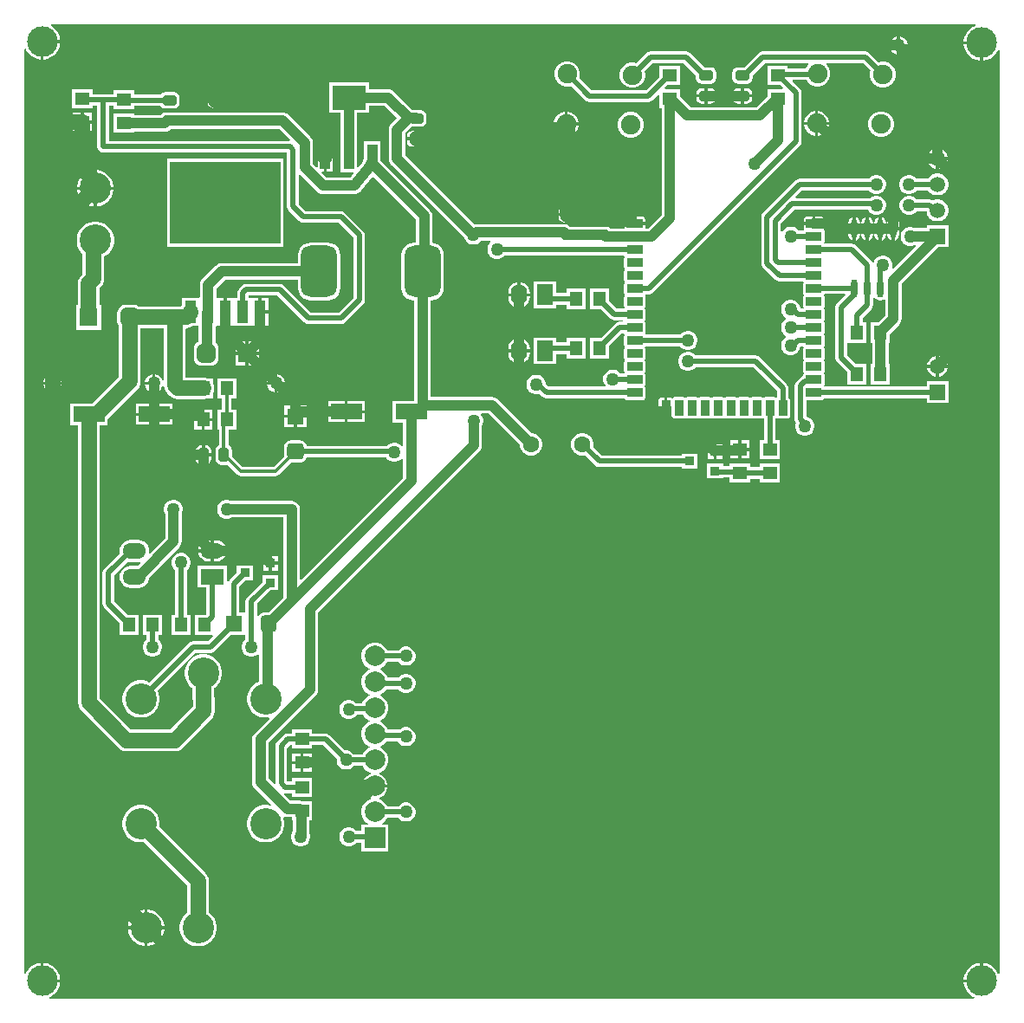
<source format=gtl>
G04*
G04 #@! TF.GenerationSoftware,Altium Limited,Altium Designer,24.1.2 (44)*
G04*
G04 Layer_Physical_Order=1*
G04 Layer_Color=255*
%FSLAX43Y43*%
%MOMM*%
G71*
G04*
G04 #@! TF.SameCoordinates,54BEDA40-E342-42F5-ADC8-61CD6FAB378A*
G04*
G04*
G04 #@! TF.FilePolarity,Positive*
G04*
G01*
G75*
%ADD12C,0.300*%
%ADD20R,3.048X1.524*%
%ADD21R,1.397X1.270*%
%ADD22R,1.270X1.397*%
%ADD23R,0.950X0.900*%
%ADD24O,0.600X1.800*%
%ADD25R,10.800X8.000*%
%ADD26R,1.070X2.160*%
%ADD27R,3.300X2.400*%
%ADD28R,1.000X2.400*%
%ADD62C,0.500*%
G04:AMPARAMS|DCode=63|XSize=5mm|YSize=3.5mm|CornerRadius=0.875mm|HoleSize=0mm|Usage=FLASHONLY|Rotation=90.000|XOffset=0mm|YOffset=0mm|HoleType=Round|Shape=RoundedRectangle|*
%AMROUNDEDRECTD63*
21,1,5.000,1.750,0,0,90.0*
21,1,3.250,3.500,0,0,90.0*
1,1,1.750,0.875,1.625*
1,1,1.750,0.875,-1.625*
1,1,1.750,-0.875,-1.625*
1,1,1.750,-0.875,1.625*
%
%ADD63ROUNDEDRECTD63*%
G04:AMPARAMS|DCode=64|XSize=1.5mm|YSize=0.9mm|CornerRadius=0.045mm|HoleSize=0mm|Usage=FLASHONLY|Rotation=0.000|XOffset=0mm|YOffset=0mm|HoleType=Round|Shape=RoundedRectangle|*
%AMROUNDEDRECTD64*
21,1,1.500,0.810,0,0,0.0*
21,1,1.410,0.900,0,0,0.0*
1,1,0.090,0.705,-0.405*
1,1,0.090,-0.705,-0.405*
1,1,0.090,-0.705,0.405*
1,1,0.090,0.705,0.405*
%
%ADD64ROUNDEDRECTD64*%
G04:AMPARAMS|DCode=65|XSize=1.5mm|YSize=0.9mm|CornerRadius=0.045mm|HoleSize=0mm|Usage=FLASHONLY|Rotation=90.000|XOffset=0mm|YOffset=0mm|HoleType=Round|Shape=RoundedRectangle|*
%AMROUNDEDRECTD65*
21,1,1.500,0.810,0,0,90.0*
21,1,1.410,0.900,0,0,90.0*
1,1,0.090,0.405,0.705*
1,1,0.090,0.405,-0.705*
1,1,0.090,-0.405,-0.705*
1,1,0.090,-0.405,0.705*
%
%ADD65ROUNDEDRECTD65*%
G04:AMPARAMS|DCode=66|XSize=1mm|YSize=1.35mm|CornerRadius=0.25mm|HoleSize=0mm|Usage=FLASHONLY|Rotation=90.000|XOffset=0mm|YOffset=0mm|HoleType=Round|Shape=RoundedRectangle|*
%AMROUNDEDRECTD66*
21,1,1.000,0.850,0,0,90.0*
21,1,0.500,1.350,0,0,90.0*
1,1,0.500,0.425,0.250*
1,1,0.500,0.425,-0.250*
1,1,0.500,-0.425,-0.250*
1,1,0.500,-0.425,0.250*
%
%ADD66ROUNDEDRECTD66*%
G04:AMPARAMS|DCode=67|XSize=1mm|YSize=1.35mm|CornerRadius=0.25mm|HoleSize=0mm|Usage=FLASHONLY|Rotation=180.000|XOffset=0mm|YOffset=0mm|HoleType=Round|Shape=RoundedRectangle|*
%AMROUNDEDRECTD67*
21,1,1.000,0.850,0,0,180.0*
21,1,0.500,1.350,0,0,180.0*
1,1,0.500,-0.250,0.425*
1,1,0.500,0.250,0.425*
1,1,0.500,0.250,-0.425*
1,1,0.500,-0.250,-0.425*
%
%ADD67ROUNDEDRECTD67*%
G04:AMPARAMS|DCode=68|XSize=1.8mm|YSize=1.8mm|CornerRadius=0.45mm|HoleSize=0mm|Usage=FLASHONLY|Rotation=0.000|XOffset=0mm|YOffset=0mm|HoleType=Round|Shape=RoundedRectangle|*
%AMROUNDEDRECTD68*
21,1,1.800,0.900,0,0,0.0*
21,1,0.900,1.800,0,0,0.0*
1,1,0.900,0.450,-0.450*
1,1,0.900,-0.450,-0.450*
1,1,0.900,-0.450,0.450*
1,1,0.900,0.450,0.450*
%
%ADD68ROUNDEDRECTD68*%
%ADD69R,1.800X1.800*%
G04:AMPARAMS|DCode=70|XSize=1.6mm|YSize=1.65mm|CornerRadius=0.4mm|HoleSize=0mm|Usage=FLASHONLY|Rotation=0.000|XOffset=0mm|YOffset=0mm|HoleType=Round|Shape=RoundedRectangle|*
%AMROUNDEDRECTD70*
21,1,1.600,0.850,0,0,0.0*
21,1,0.800,1.650,0,0,0.0*
1,1,0.800,0.400,-0.425*
1,1,0.800,-0.400,-0.425*
1,1,0.800,-0.400,0.425*
1,1,0.800,0.400,0.425*
%
%ADD70ROUNDEDRECTD70*%
%ADD71R,1.600X1.650*%
%ADD72R,1.650X1.600*%
G04:AMPARAMS|DCode=73|XSize=1.6mm|YSize=1.65mm|CornerRadius=0.4mm|HoleSize=0mm|Usage=FLASHONLY|Rotation=270.000|XOffset=0mm|YOffset=0mm|HoleType=Round|Shape=RoundedRectangle|*
%AMROUNDEDRECTD73*
21,1,1.600,0.850,0,0,270.0*
21,1,0.800,1.650,0,0,270.0*
1,1,0.800,-0.425,-0.400*
1,1,0.800,-0.425,0.400*
1,1,0.800,0.425,0.400*
1,1,0.800,0.425,-0.400*
%
%ADD73ROUNDEDRECTD73*%
%ADD74C,1.500*%
%ADD75C,1.000*%
%ADD76C,0.150*%
%ADD77R,2.000X2.000*%
%ADD78C,2.000*%
%ADD79R,1.600X2.000*%
%ADD80O,1.600X2.000*%
%ADD81C,1.905*%
%ADD82C,1.520*%
%ADD83R,1.520X1.520*%
%ADD84C,1.600*%
%ADD85C,3.048*%
%ADD86R,2.286X1.524*%
%ADD87O,2.286X1.524*%
%ADD88C,3.000*%
%ADD89C,1.270*%
G36*
X93778Y95891D02*
X93530Y95788D01*
X93243Y95596D01*
X92999Y95352D01*
X92807Y95065D01*
X92674Y94746D01*
X92607Y94407D01*
Y94384D01*
X94361D01*
Y94234D01*
X94511D01*
Y92480D01*
X94534D01*
X94873Y92547D01*
X95192Y92680D01*
X95479Y92872D01*
X95723Y93116D01*
X95915Y93403D01*
X95966Y93526D01*
X96093Y93500D01*
Y3274D01*
X95966Y3248D01*
X95915Y3371D01*
X95723Y3658D01*
X95479Y3902D01*
X95192Y4094D01*
X94873Y4227D01*
X94534Y4294D01*
X94511D01*
Y2540D01*
X94361D01*
Y2390D01*
X92607D01*
Y2367D01*
X92674Y2028D01*
X92807Y1709D01*
X92999Y1422D01*
X93243Y1178D01*
X93530Y986D01*
X93655Y934D01*
X93630Y807D01*
X3271D01*
X3246Y934D01*
X3371Y986D01*
X3658Y1178D01*
X3902Y1422D01*
X4094Y1709D01*
X4227Y2028D01*
X4294Y2367D01*
Y2390D01*
X2540D01*
Y2540D01*
X2390D01*
Y4294D01*
X2367D01*
X2028Y4227D01*
X1709Y4094D01*
X1422Y3902D01*
X1178Y3658D01*
X986Y3371D01*
X934Y3246D01*
X807Y3271D01*
Y93630D01*
X934Y93655D01*
X986Y93530D01*
X1178Y93243D01*
X1422Y92999D01*
X1709Y92807D01*
X2028Y92674D01*
X2367Y92607D01*
X2390D01*
Y94361D01*
X2540D01*
Y94511D01*
X4294D01*
Y94534D01*
X4227Y94873D01*
X4094Y95192D01*
X3902Y95479D01*
X3658Y95723D01*
X3407Y95891D01*
X3446Y96018D01*
X93753D01*
X93778Y95891D01*
D02*
G37*
%LPC*%
G36*
X86383Y94860D02*
Y94130D01*
X87113D01*
X87061Y94323D01*
X86944Y94526D01*
X86779Y94691D01*
X86576Y94808D01*
X86383Y94860D01*
D02*
G37*
G36*
X86083D02*
X85890Y94808D01*
X85687Y94691D01*
X85522Y94526D01*
X85405Y94323D01*
X85353Y94130D01*
X86083D01*
Y94860D01*
D02*
G37*
G36*
X87113Y93830D02*
X86383D01*
Y93100D01*
X86576Y93152D01*
X86779Y93269D01*
X86944Y93434D01*
X87061Y93637D01*
X87113Y93830D01*
D02*
G37*
G36*
X86083D02*
X85353D01*
X85405Y93637D01*
X85522Y93434D01*
X85687Y93269D01*
X85890Y93152D01*
X86083Y93100D01*
Y93830D01*
D02*
G37*
G36*
X4294Y94211D02*
X2690D01*
Y92607D01*
X2713D01*
X3052Y92674D01*
X3371Y92807D01*
X3658Y92999D01*
X3902Y93243D01*
X4094Y93530D01*
X4227Y93849D01*
X4294Y94188D01*
Y94211D01*
D02*
G37*
G36*
X94211Y94084D02*
X92607D01*
Y94061D01*
X92674Y93722D01*
X92807Y93403D01*
X92999Y93116D01*
X93243Y92872D01*
X93530Y92680D01*
X93849Y92547D01*
X94188Y92480D01*
X94211D01*
Y94084D01*
D02*
G37*
G36*
X65468Y93398D02*
X61976D01*
X61761Y93355D01*
X61579Y93234D01*
X60621Y92275D01*
X60388Y92337D01*
X60059D01*
X59740Y92252D01*
X59454Y92087D01*
X59221Y91853D01*
X59056Y91568D01*
X58971Y91249D01*
Y90920D01*
X59056Y90601D01*
X59221Y90315D01*
X59454Y90082D01*
X59740Y89917D01*
X60059Y89832D01*
X60388D01*
X60707Y89917D01*
X60992Y90082D01*
X61226Y90315D01*
X61391Y90601D01*
X61476Y90920D01*
Y91249D01*
X61414Y91482D01*
X62208Y92276D01*
X65236D01*
X66451Y91061D01*
Y90793D01*
X66494Y90578D01*
X66615Y90396D01*
X66797Y90275D01*
X67012Y90232D01*
X67862D01*
X68077Y90275D01*
X68259Y90396D01*
X68380Y90578D01*
X68423Y90793D01*
Y91293D01*
X68380Y91508D01*
X68259Y91690D01*
X68077Y91811D01*
X67862Y91854D01*
X67244D01*
X65865Y93234D01*
X65683Y93355D01*
X65468Y93398D01*
D02*
G37*
G36*
X82982D02*
X72962D01*
X72747Y93355D01*
X72565Y93234D01*
X71186Y91854D01*
X70568D01*
X70353Y91811D01*
X70171Y91690D01*
X70050Y91508D01*
X70007Y91293D01*
Y90793D01*
X70050Y90578D01*
X70171Y90396D01*
X70353Y90275D01*
X70568Y90232D01*
X71418D01*
X71633Y90275D01*
X71815Y90396D01*
X71936Y90578D01*
X71979Y90793D01*
Y91061D01*
X73194Y92276D01*
X77397D01*
X77449Y92149D01*
X77306Y92006D01*
X77141Y91720D01*
X77138Y91709D01*
X75421D01*
Y91994D01*
X73424D01*
Y90124D01*
X74627D01*
X74926Y89825D01*
X74878Y89708D01*
X73424D01*
Y88979D01*
X72373Y87929D01*
X65930D01*
X64880Y88979D01*
Y89708D01*
X63425D01*
X63377Y89825D01*
X63676Y90124D01*
X64880D01*
Y91994D01*
X62882D01*
Y90917D01*
X61553Y89588D01*
X56239D01*
X55038Y90789D01*
X55100Y91021D01*
Y91351D01*
X55015Y91669D01*
X54850Y91955D01*
X54617Y92188D01*
X54331Y92353D01*
X54013Y92438D01*
X53683D01*
X53365Y92353D01*
X53079Y92188D01*
X52846Y91955D01*
X52681Y91669D01*
X52596Y91351D01*
Y91021D01*
X52681Y90703D01*
X52846Y90417D01*
X53079Y90184D01*
X53365Y90019D01*
X53683Y89934D01*
X54013D01*
X54245Y89996D01*
X55610Y88630D01*
X55792Y88509D01*
X56007Y88466D01*
X61785D01*
X62000Y88509D01*
X62182Y88630D01*
X62765Y89214D01*
X62882Y89165D01*
Y87838D01*
X63074D01*
Y77423D01*
X61757Y76106D01*
X61523D01*
X61475Y76164D01*
Y76419D01*
X59455D01*
Y76164D01*
X59407Y76106D01*
X58090D01*
X57917Y76222D01*
X57702Y76265D01*
X56852D01*
X56833Y76261D01*
X54419D01*
X54400Y76265D01*
X54130D01*
X53965Y76391D01*
X53771Y76471D01*
X53562Y76499D01*
X44999D01*
X44809Y76474D01*
X38018Y83265D01*
Y85391D01*
X38672Y86045D01*
X38691Y86041D01*
X39541D01*
X39756Y86084D01*
X39938Y86205D01*
X40059Y86387D01*
X40102Y86602D01*
Y87102D01*
X40059Y87317D01*
X39938Y87499D01*
X39756Y87620D01*
X39541Y87663D01*
X39192D01*
X39100Y87675D01*
X38688D01*
X36914Y89450D01*
X36746Y89578D01*
X36552Y89658D01*
X36343Y89686D01*
X34462D01*
Y90379D01*
X30562D01*
Y87379D01*
X31705D01*
Y83079D01*
X31712Y83027D01*
Y81579D01*
X32940D01*
X32995Y81465D01*
X32679Y81071D01*
X30306D01*
X29869Y81508D01*
X29918Y81625D01*
X30062D01*
Y82929D01*
X29458D01*
Y82085D01*
X29341Y82036D01*
X29001Y82376D01*
Y84455D01*
X28973Y84664D01*
X28893Y84858D01*
X28765Y85026D01*
X26590Y87201D01*
X26422Y87329D01*
X26228Y87409D01*
X26019Y87437D01*
X20129D01*
X20110Y87441D01*
X19260D01*
X19241Y87437D01*
X15430D01*
X15411Y87441D01*
X14561D01*
X14346Y87398D01*
X14164Y87277D01*
X14091Y87167D01*
X11540D01*
Y87295D01*
X9542D01*
Y85425D01*
X11540D01*
Y85553D01*
X14541D01*
X14750Y85581D01*
X14944Y85661D01*
X15112Y85789D01*
X15141Y85819D01*
X15411D01*
X15430Y85823D01*
X19241D01*
X19260Y85819D01*
X20110D01*
X20129Y85823D01*
X25685D01*
X26746Y84762D01*
X26693Y84635D01*
X9070D01*
Y88099D01*
X9542D01*
Y87711D01*
X11540D01*
Y88071D01*
X14106D01*
X14164Y87983D01*
X14346Y87862D01*
X14561Y87819D01*
X15411D01*
X15626Y87862D01*
X15808Y87983D01*
X15929Y88165D01*
X15972Y88380D01*
Y88880D01*
X15929Y89095D01*
X15808Y89277D01*
X15626Y89398D01*
X15411Y89441D01*
X14561D01*
X14346Y89398D01*
X14164Y89277D01*
X14108Y89192D01*
X11540D01*
Y89581D01*
X9542D01*
Y89221D01*
X7476D01*
Y89708D01*
X5478D01*
Y87838D01*
X7476D01*
Y88099D01*
X7948D01*
Y84074D01*
X7991Y83859D01*
X8112Y83677D01*
X8294Y83556D01*
X8509Y83513D01*
X26490D01*
Y78232D01*
X26533Y78017D01*
X26654Y77835D01*
X27670Y76819D01*
X27852Y76698D01*
X28067Y76655D01*
X31518D01*
X32967Y75206D01*
Y69320D01*
X31518Y67871D01*
X28807D01*
X26178Y70501D01*
X25996Y70622D01*
X25781Y70665D01*
X22479D01*
X22264Y70622D01*
X22082Y70501D01*
X21750Y70169D01*
X21629Y69987D01*
X21586Y69772D01*
Y69413D01*
X21496Y69323D01*
X21312Y69323D01*
X21204Y69277D01*
X21185Y69277D01*
X20597D01*
Y67943D01*
Y66609D01*
X21204Y66609D01*
X21312Y66563D01*
X21344Y66563D01*
X22950D01*
X22982Y66563D01*
X23090Y66609D01*
X23109Y66609D01*
X23697D01*
Y67943D01*
Y69277D01*
X23090Y69277D01*
X22982Y69323D01*
X22950Y69323D01*
X22708D01*
Y69540D01*
X22711Y69543D01*
X25549D01*
X28178Y66913D01*
X28360Y66792D01*
X28575Y66749D01*
X31750D01*
X31965Y66792D01*
X32147Y66913D01*
X33925Y68691D01*
X34046Y68873D01*
X34089Y69088D01*
Y75438D01*
X34046Y75653D01*
X33925Y75835D01*
X32147Y77613D01*
X31965Y77734D01*
X31750Y77777D01*
X28299D01*
X27612Y78464D01*
Y81303D01*
X27739Y81356D01*
X29401Y79693D01*
X29569Y79565D01*
X29763Y79485D01*
X29972Y79457D01*
X33067D01*
X33111Y79463D01*
X33155Y79462D01*
X33215Y79477D01*
X33276Y79485D01*
X33317Y79502D01*
X33360Y79512D01*
X33413Y79542D01*
X33470Y79565D01*
X33505Y79592D01*
X33544Y79614D01*
X33589Y79656D01*
X33637Y79693D01*
X33664Y79729D01*
X33696Y79759D01*
X34791Y81125D01*
X34918Y81132D01*
X39071Y76979D01*
Y74692D01*
X38846D01*
X38539Y74652D01*
X38253Y74533D01*
X38008Y74345D01*
X37820Y74100D01*
X37701Y73814D01*
X37661Y73507D01*
Y70257D01*
X37701Y69950D01*
X37820Y69664D01*
X38008Y69419D01*
X38253Y69231D01*
X38539Y69112D01*
X38846Y69072D01*
X38914D01*
Y59228D01*
X36784D01*
Y57104D01*
X37801D01*
Y54878D01*
X37674Y54834D01*
X37531Y54977D01*
X37318Y55100D01*
X37080Y55164D01*
X36834D01*
X36596Y55100D01*
X36383Y54977D01*
X36248Y54843D01*
X28415D01*
X28412Y54865D01*
X28341Y55035D01*
X28229Y55181D01*
X28083Y55293D01*
X27913Y55364D01*
X27730Y55388D01*
X26880D01*
X26697Y55364D01*
X26527Y55293D01*
X26381Y55181D01*
X26269Y55035D01*
X26198Y54865D01*
X26174Y54682D01*
Y53882D01*
X26184Y53809D01*
X25157Y52783D01*
X22145D01*
X21115Y53813D01*
Y54400D01*
X21072Y54615D01*
X20951Y54797D01*
X20769Y54918D01*
X20763Y54919D01*
Y56405D01*
X21509D01*
Y58403D01*
X21033D01*
Y59453D01*
X21509D01*
Y61451D01*
X19639D01*
Y59453D01*
X20115D01*
Y58403D01*
X19639D01*
Y56405D01*
X19845D01*
Y54919D01*
X19839Y54918D01*
X19657Y54797D01*
X19536Y54615D01*
X19493Y54400D01*
Y53550D01*
X19536Y53335D01*
X19657Y53153D01*
X19839Y53032D01*
X20054Y52989D01*
X20554D01*
X20626Y53004D01*
X21631Y52000D01*
X21779Y51900D01*
X21955Y51865D01*
X25347D01*
X25523Y51900D01*
X25671Y52000D01*
X26852Y53180D01*
X26880Y53176D01*
X27730D01*
X27913Y53200D01*
X28083Y53271D01*
X28229Y53383D01*
X28341Y53529D01*
X28412Y53699D01*
X28415Y53721D01*
X36171D01*
X36209Y53655D01*
X36383Y53481D01*
X36596Y53358D01*
X36834Y53294D01*
X37080D01*
X37318Y53358D01*
X37531Y53481D01*
X37674Y53624D01*
X37801Y53580D01*
Y51720D01*
X27848Y41767D01*
X27731Y41816D01*
Y48641D01*
X27703Y48850D01*
X27623Y49044D01*
X27495Y49212D01*
X27327Y49340D01*
X27133Y49420D01*
X26924Y49448D01*
X21046D01*
X20935Y49512D01*
X20697Y49576D01*
X20451D01*
X20213Y49512D01*
X20000Y49389D01*
X19826Y49215D01*
X19703Y49002D01*
X19639Y48764D01*
Y48518D01*
X19703Y48280D01*
X19826Y48067D01*
X20000Y47893D01*
X20213Y47770D01*
X20451Y47706D01*
X20697D01*
X20935Y47770D01*
X21046Y47834D01*
X26117D01*
Y40036D01*
X24677Y38596D01*
X24312D01*
X24129Y38572D01*
X23959Y38501D01*
X23813Y38389D01*
X23701Y38243D01*
X23675Y38181D01*
X23548Y38206D01*
Y39396D01*
X24870Y40718D01*
X25627D01*
Y42218D01*
X24077D01*
Y41511D01*
X22590Y40025D01*
X22469Y39843D01*
X22426Y39628D01*
Y38690D01*
X22362Y38590D01*
X22299Y38590D01*
X21823D01*
Y41096D01*
X22395Y41668D01*
X23127D01*
Y43168D01*
X21577D01*
Y42436D01*
X20865Y41725D01*
X20747Y41547D01*
X20737Y41545D01*
X20620Y41572D01*
Y43099D01*
X17734D01*
Y40975D01*
X18616D01*
Y38396D01*
X18557Y38336D01*
X17480D01*
Y36340D01*
X19189D01*
X19241Y36213D01*
X18769Y35740D01*
X17272D01*
X17057Y35697D01*
X16875Y35576D01*
X13027Y31727D01*
X12724Y31853D01*
X12372Y31923D01*
X12012D01*
X11660Y31853D01*
X11328Y31715D01*
X11029Y31516D01*
X10775Y31262D01*
X10576Y30963D01*
X10438Y30631D01*
X10368Y30279D01*
Y29919D01*
X10438Y29567D01*
X10576Y29235D01*
X10775Y28936D01*
X11029Y28682D01*
X11328Y28483D01*
X11660Y28345D01*
X12012Y28275D01*
X12372D01*
X12724Y28345D01*
X13056Y28483D01*
X13355Y28682D01*
X13609Y28936D01*
X13808Y29235D01*
X13946Y29567D01*
X14016Y29919D01*
Y30279D01*
X13946Y30631D01*
X13820Y30934D01*
X17504Y34618D01*
X19001D01*
X19216Y34661D01*
X19398Y34782D01*
X20955Y36340D01*
X22299D01*
X22362Y36340D01*
X22426Y36240D01*
Y35935D01*
X22413Y35927D01*
X22239Y35753D01*
X22116Y35540D01*
X22052Y35302D01*
Y35056D01*
X22116Y34818D01*
X22239Y34605D01*
X22413Y34431D01*
X22626Y34308D01*
X22864Y34244D01*
X23110D01*
X23348Y34308D01*
X23561Y34431D01*
X23614Y34484D01*
X23741Y34431D01*
Y31807D01*
X23520Y31715D01*
X23221Y31516D01*
X22967Y31262D01*
X22768Y30963D01*
X22630Y30631D01*
X22560Y30279D01*
Y29919D01*
X22630Y29567D01*
X22768Y29235D01*
X22967Y28936D01*
X23221Y28682D01*
X23520Y28483D01*
X23852Y28345D01*
X24204Y28275D01*
X24564D01*
X24694Y28301D01*
X24757Y28184D01*
X23305Y26733D01*
X23177Y26565D01*
X23097Y26371D01*
X23069Y26162D01*
Y21971D01*
X23097Y21762D01*
X23177Y21568D01*
X23305Y21400D01*
X24915Y19791D01*
X24853Y19673D01*
X24564Y19731D01*
X24204D01*
X23852Y19661D01*
X23520Y19523D01*
X23221Y19324D01*
X22967Y19070D01*
X22768Y18771D01*
X22630Y18439D01*
X22560Y18087D01*
Y17727D01*
X22630Y17375D01*
X22768Y17043D01*
X22967Y16744D01*
X23221Y16490D01*
X23520Y16291D01*
X23852Y16153D01*
X24204Y16083D01*
X24564D01*
X24916Y16153D01*
X25248Y16291D01*
X25547Y16490D01*
X25801Y16744D01*
X26000Y17043D01*
X26138Y17375D01*
X26208Y17727D01*
Y18087D01*
X26138Y18439D01*
X26108Y18511D01*
X26205Y18608D01*
X26283Y18576D01*
X26492Y18549D01*
X26941D01*
Y18242D01*
X27070D01*
Y17216D01*
X27065Y17211D01*
X26942Y16998D01*
X26878Y16760D01*
Y16514D01*
X26942Y16276D01*
X27065Y16063D01*
X27239Y15889D01*
X27452Y15766D01*
X27690Y15702D01*
X27936D01*
X28174Y15766D01*
X28387Y15889D01*
X28561Y16063D01*
X28684Y16276D01*
X28748Y16514D01*
Y16760D01*
X28684Y16998D01*
X28683Y16999D01*
Y18242D01*
X28938D01*
Y20112D01*
X28026D01*
X27970Y20135D01*
X27761Y20162D01*
X26826D01*
X26197Y20791D01*
X26260Y20908D01*
X26289Y20902D01*
X26941D01*
Y20528D01*
X28938D01*
Y22398D01*
X26941D01*
Y22024D01*
X26521D01*
X26469Y22076D01*
Y25295D01*
X26775Y25601D01*
X26941D01*
Y25227D01*
X28938D01*
Y25601D01*
X29994D01*
X31327Y24268D01*
X31323Y24253D01*
Y24007D01*
X31387Y23769D01*
X31510Y23556D01*
X31684Y23382D01*
X31897Y23259D01*
X32135Y23195D01*
X32381D01*
X32619Y23259D01*
X32832Y23382D01*
X33006Y23556D01*
X33014Y23569D01*
X33875D01*
X34012Y23332D01*
X34254Y23090D01*
X34550Y22919D01*
X34621Y22900D01*
Y22773D01*
X34568Y22759D01*
X34282Y22593D01*
X34049Y22360D01*
X33883Y22074D01*
X33798Y21755D01*
Y21740D01*
X35052D01*
X36306D01*
Y21755D01*
X36221Y22074D01*
X36055Y22360D01*
X35822Y22593D01*
X35536Y22759D01*
X35483Y22773D01*
Y22900D01*
X35554Y22919D01*
X35850Y23090D01*
X36092Y23332D01*
X36263Y23628D01*
X36352Y23959D01*
Y24301D01*
X36263Y24632D01*
X36092Y24928D01*
X35850Y25170D01*
X35571Y25332D01*
X35562Y25400D01*
X35571Y25468D01*
X35850Y25630D01*
X36092Y25872D01*
X36156Y25982D01*
X37271D01*
X37352Y25842D01*
X37526Y25668D01*
X37739Y25545D01*
X37977Y25481D01*
X38223D01*
X38461Y25545D01*
X38674Y25668D01*
X38848Y25842D01*
X38971Y26055D01*
X39035Y26293D01*
Y26539D01*
X38971Y26777D01*
X38848Y26990D01*
X38674Y27164D01*
X38461Y27287D01*
X38223Y27351D01*
X37977D01*
X37739Y27287D01*
X37526Y27164D01*
X37465Y27104D01*
X36282D01*
X36263Y27172D01*
X36092Y27468D01*
X35850Y27710D01*
X35571Y27872D01*
X35562Y27940D01*
X35571Y28008D01*
X35850Y28170D01*
X36092Y28412D01*
X36263Y28708D01*
X36352Y29039D01*
Y29381D01*
X36263Y29712D01*
X36092Y30008D01*
X35850Y30250D01*
X35571Y30412D01*
X35562Y30480D01*
X35571Y30548D01*
X35850Y30710D01*
X36092Y30952D01*
X36156Y31062D01*
X37344D01*
X37352Y31049D01*
X37526Y30875D01*
X37739Y30752D01*
X37977Y30688D01*
X38223D01*
X38461Y30752D01*
X38674Y30875D01*
X38848Y31049D01*
X38971Y31262D01*
X39035Y31500D01*
Y31746D01*
X38971Y31984D01*
X38848Y32197D01*
X38674Y32371D01*
X38461Y32494D01*
X38223Y32558D01*
X37977D01*
X37739Y32494D01*
X37526Y32371D01*
X37352Y32197D01*
X37344Y32184D01*
X36282D01*
X36263Y32252D01*
X36092Y32548D01*
X35850Y32790D01*
X35571Y32952D01*
X35562Y33020D01*
X35571Y33088D01*
X35850Y33250D01*
X36092Y33492D01*
X36229Y33729D01*
X37344D01*
X37352Y33716D01*
X37526Y33542D01*
X37739Y33419D01*
X37977Y33355D01*
X38223D01*
X38461Y33419D01*
X38674Y33542D01*
X38848Y33716D01*
X38971Y33929D01*
X39035Y34167D01*
Y34413D01*
X38971Y34651D01*
X38848Y34864D01*
X38674Y35038D01*
X38461Y35161D01*
X38223Y35225D01*
X37977D01*
X37739Y35161D01*
X37526Y35038D01*
X37352Y34864D01*
X37344Y34851D01*
X36229D01*
X36092Y35088D01*
X35850Y35330D01*
X35554Y35501D01*
X35223Y35590D01*
X34881D01*
X34550Y35501D01*
X34254Y35330D01*
X34012Y35088D01*
X33841Y34792D01*
X33752Y34461D01*
Y34119D01*
X33841Y33788D01*
X34012Y33492D01*
X34254Y33250D01*
X34533Y33088D01*
X34542Y33020D01*
X34533Y32952D01*
X34254Y32790D01*
X34012Y32548D01*
X33841Y32252D01*
X33752Y31921D01*
Y31579D01*
X33841Y31248D01*
X34012Y30952D01*
X34254Y30710D01*
X34533Y30548D01*
X34542Y30480D01*
X34533Y30412D01*
X34254Y30250D01*
X34012Y30008D01*
X33841Y29712D01*
X33839Y29707D01*
X33210D01*
X33086Y29831D01*
X32873Y29954D01*
X32635Y30018D01*
X32389D01*
X32151Y29954D01*
X31938Y29831D01*
X31764Y29657D01*
X31641Y29444D01*
X31577Y29206D01*
Y28960D01*
X31641Y28722D01*
X31764Y28509D01*
X31938Y28335D01*
X32151Y28212D01*
X32389Y28148D01*
X32635D01*
X32873Y28212D01*
X33086Y28335D01*
X33260Y28509D01*
X33305Y28586D01*
X33911D01*
X34012Y28412D01*
X34254Y28170D01*
X34533Y28008D01*
X34542Y27940D01*
X34533Y27872D01*
X34254Y27710D01*
X34012Y27468D01*
X33841Y27172D01*
X33752Y26841D01*
Y26499D01*
X33841Y26168D01*
X34012Y25872D01*
X34254Y25630D01*
X34533Y25468D01*
X34542Y25400D01*
X34533Y25332D01*
X34254Y25170D01*
X34012Y24928D01*
X33875Y24691D01*
X33014D01*
X33006Y24704D01*
X32832Y24878D01*
X32619Y25001D01*
X32381Y25065D01*
X32135D01*
X32120Y25061D01*
X30623Y26559D01*
X30441Y26680D01*
X30226Y26723D01*
X28938D01*
Y27097D01*
X26941D01*
Y26723D01*
X26543D01*
X26328Y26680D01*
X26146Y26559D01*
X25511Y25924D01*
X25390Y25742D01*
X25347Y25527D01*
Y21844D01*
X25353Y21815D01*
X25236Y21752D01*
X24683Y22305D01*
Y25828D01*
X29273Y30417D01*
X29401Y30585D01*
X29481Y30779D01*
X29509Y30988D01*
Y38528D01*
X45275Y54293D01*
X45403Y54461D01*
X45483Y54655D01*
X45511Y54864D01*
Y56805D01*
X45575Y56916D01*
X45639Y57154D01*
Y57400D01*
X45575Y57638D01*
X45452Y57851D01*
X45427Y57877D01*
X45475Y57994D01*
X46188D01*
X49232Y54950D01*
Y54846D01*
X49307Y54566D01*
X49452Y54316D01*
X49657Y54111D01*
X49907Y53966D01*
X50187Y53891D01*
X50477D01*
X50757Y53966D01*
X51007Y54111D01*
X51212Y54316D01*
X51357Y54566D01*
X51432Y54846D01*
Y55136D01*
X51357Y55416D01*
X51212Y55666D01*
X51007Y55871D01*
X50757Y56016D01*
X50477Y56091D01*
X50373D01*
X47093Y59372D01*
X46925Y59500D01*
X46731Y59580D01*
X46522Y59608D01*
X40528D01*
Y69072D01*
X40596D01*
X40903Y69112D01*
X41189Y69231D01*
X41434Y69419D01*
X41622Y69664D01*
X41741Y69950D01*
X41781Y70257D01*
Y73507D01*
X41741Y73814D01*
X41622Y74100D01*
X41434Y74345D01*
X41189Y74533D01*
X40903Y74652D01*
X40685Y74680D01*
Y77313D01*
X40657Y77522D01*
X40577Y77716D01*
X40449Y77884D01*
X35612Y82720D01*
Y84579D01*
X34012D01*
Y82921D01*
X33939Y82825D01*
X33859Y82630D01*
X33825Y82500D01*
X33432Y82009D01*
X33312Y82051D01*
Y83027D01*
X33319Y83079D01*
Y87379D01*
X34462D01*
Y88072D01*
X36009D01*
X37213Y86868D01*
X36640Y86296D01*
X36512Y86128D01*
X36432Y85934D01*
X36404Y85725D01*
Y82931D01*
X36432Y82722D01*
X36512Y82528D01*
X36640Y82360D01*
X43783Y75217D01*
X43817Y75093D01*
X43940Y74880D01*
X44114Y74706D01*
X44327Y74583D01*
X44565Y74519D01*
X44811D01*
X45049Y74583D01*
X45262Y74706D01*
X45436Y74880D01*
X45439Y74885D01*
X46341D01*
X46385Y74758D01*
X46242Y74615D01*
X46119Y74402D01*
X46055Y74164D01*
Y73918D01*
X46119Y73680D01*
X46242Y73467D01*
X46416Y73293D01*
X46629Y73170D01*
X46867Y73106D01*
X47113D01*
X47351Y73170D01*
X47564Y73293D01*
X47738Y73467D01*
X47746Y73480D01*
X51260D01*
X51320Y73468D01*
X59399D01*
X59469Y73349D01*
X59435Y73299D01*
X59408Y73164D01*
Y72354D01*
X59435Y72219D01*
X59499Y72124D01*
X59435Y72029D01*
X59408Y71894D01*
Y71084D01*
X59435Y70949D01*
X59499Y70854D01*
X59435Y70759D01*
X59408Y70624D01*
Y69814D01*
X59435Y69679D01*
X59499Y69584D01*
X59435Y69489D01*
X59408Y69354D01*
Y68544D01*
X59435Y68409D01*
X59469Y68359D01*
X59399Y68240D01*
X58728D01*
X57958Y69010D01*
Y70214D01*
X56088D01*
Y68216D01*
X57165D01*
X58099Y67282D01*
X58281Y67161D01*
X58495Y67118D01*
X59293D01*
X59336Y67044D01*
X59293Y66970D01*
X58979D01*
X58765Y66927D01*
X58583Y66806D01*
X57165Y65387D01*
X56088D01*
Y63390D01*
X57958D01*
Y64594D01*
X59212Y65848D01*
X59399D01*
X59469Y65729D01*
X59435Y65679D01*
X59408Y65544D01*
Y64734D01*
X59435Y64599D01*
X59499Y64504D01*
X59435Y64409D01*
X59408Y64274D01*
Y63464D01*
X59435Y63329D01*
X59499Y63234D01*
X59435Y63139D01*
X59408Y63004D01*
Y62194D01*
X59435Y62059D01*
X59469Y62009D01*
X59399Y61890D01*
X59102D01*
X59070Y61944D01*
X58896Y62118D01*
X58683Y62241D01*
X58445Y62305D01*
X58199D01*
X57961Y62241D01*
X57748Y62118D01*
X57574Y61944D01*
X57451Y61731D01*
X57387Y61493D01*
Y61247D01*
X57451Y61009D01*
X57574Y60796D01*
X57623Y60747D01*
X57570Y60620D01*
X52039D01*
X51747Y60912D01*
Y60969D01*
X51684Y61206D01*
X51561Y61420D01*
X51387Y61594D01*
X51173Y61717D01*
X50936Y61780D01*
X50689D01*
X50452Y61717D01*
X50238Y61594D01*
X50064Y61420D01*
X49941Y61206D01*
X49877Y60969D01*
Y60722D01*
X49941Y60485D01*
X50064Y60271D01*
X50238Y60097D01*
X50452Y59974D01*
X50689Y59910D01*
X50936D01*
X51115Y59958D01*
X51411Y59662D01*
X51593Y59541D01*
X51807Y59498D01*
X59449D01*
X59511Y59405D01*
X59625Y59329D01*
X59760Y59302D01*
X61170D01*
X61305Y59329D01*
X61419Y59405D01*
X61495Y59519D01*
X61522Y59654D01*
Y60464D01*
X61495Y60599D01*
X61431Y60694D01*
X61495Y60789D01*
X61522Y60924D01*
Y61734D01*
X61495Y61869D01*
X61431Y61964D01*
X61495Y62059D01*
X61522Y62194D01*
Y63004D01*
X61495Y63139D01*
X61431Y63234D01*
X61495Y63329D01*
X61522Y63464D01*
Y64274D01*
X61495Y64409D01*
X61454Y64470D01*
X61522Y64584D01*
X64907D01*
X64911Y64577D01*
X65085Y64403D01*
X65298Y64280D01*
X65536Y64216D01*
X65782D01*
X66020Y64280D01*
X66233Y64403D01*
X66407Y64577D01*
X66530Y64790D01*
X66594Y65028D01*
Y65274D01*
X66530Y65512D01*
X66407Y65725D01*
X66233Y65899D01*
X66020Y66022D01*
X65782Y66086D01*
X65536D01*
X65298Y66022D01*
X65085Y65899D01*
X64911Y65725D01*
X64900Y65706D01*
X61538D01*
X61468Y65829D01*
X61495Y65869D01*
X61522Y66004D01*
Y66814D01*
X61495Y66949D01*
X61431Y67044D01*
X61495Y67139D01*
X61522Y67274D01*
Y68084D01*
X61495Y68219D01*
X61431Y68314D01*
X61495Y68409D01*
X61522Y68544D01*
Y69354D01*
X61495Y69489D01*
X61461Y69539D01*
X61531Y69658D01*
X61837D01*
X62052Y69701D01*
X62234Y69822D01*
X76597Y84185D01*
X76718Y84367D01*
X76761Y84582D01*
Y89344D01*
X76718Y89559D01*
X76597Y89741D01*
X75868Y90470D01*
X75916Y90587D01*
X77237D01*
X77306Y90468D01*
X77539Y90235D01*
X77825Y90070D01*
X78143Y89984D01*
X78473D01*
X78792Y90070D01*
X79077Y90235D01*
X79310Y90468D01*
X79475Y90753D01*
X79561Y91072D01*
Y91402D01*
X79475Y91720D01*
X79310Y92006D01*
X79167Y92149D01*
X79220Y92276D01*
X82750D01*
X83493Y91532D01*
X83431Y91300D01*
Y90970D01*
X83516Y90652D01*
X83681Y90366D01*
X83915Y90133D01*
X84200Y89968D01*
X84519Y89883D01*
X84848D01*
X85167Y89968D01*
X85453Y90133D01*
X85686Y90366D01*
X85851Y90652D01*
X85936Y90970D01*
Y91300D01*
X85851Y91619D01*
X85686Y91904D01*
X85453Y92137D01*
X85167Y92302D01*
X84848Y92388D01*
X84519D01*
X84286Y92325D01*
X83378Y93234D01*
X83196Y93355D01*
X82982Y93398D01*
D02*
G37*
G36*
X71418Y89807D02*
X71143D01*
Y89193D01*
X71932D01*
Y89293D01*
X71893Y89490D01*
X71781Y89656D01*
X71615Y89768D01*
X71418Y89807D01*
D02*
G37*
G36*
X67862D02*
X67587D01*
Y89193D01*
X68376D01*
Y89293D01*
X68337Y89490D01*
X68225Y89656D01*
X68059Y89768D01*
X67862Y89807D01*
D02*
G37*
G36*
X70843D02*
X70568D01*
X70371Y89768D01*
X70205Y89656D01*
X70093Y89490D01*
X70054Y89293D01*
Y89193D01*
X70843D01*
Y89807D01*
D02*
G37*
G36*
X67287D02*
X67012D01*
X66815Y89768D01*
X66649Y89656D01*
X66537Y89490D01*
X66498Y89293D01*
Y89193D01*
X67287D01*
Y89807D01*
D02*
G37*
G36*
X20110Y89394D02*
X19835D01*
Y88780D01*
X20624D01*
Y88880D01*
X20585Y89077D01*
X20473Y89243D01*
X20307Y89355D01*
X20110Y89394D01*
D02*
G37*
G36*
X19535D02*
X19260D01*
X19063Y89355D01*
X18897Y89243D01*
X18785Y89077D01*
X18746Y88880D01*
Y88780D01*
X19535D01*
Y89394D01*
D02*
G37*
G36*
X71932Y88893D02*
X71143D01*
Y88279D01*
X71418D01*
X71615Y88318D01*
X71781Y88430D01*
X71893Y88596D01*
X71932Y88793D01*
Y88893D01*
D02*
G37*
G36*
X70843D02*
X70054D01*
Y88793D01*
X70093Y88596D01*
X70205Y88430D01*
X70371Y88318D01*
X70568Y88279D01*
X70843D01*
Y88893D01*
D02*
G37*
G36*
X68376D02*
X67587D01*
Y88279D01*
X67862D01*
X68059Y88318D01*
X68225Y88430D01*
X68337Y88596D01*
X68376Y88793D01*
Y88893D01*
D02*
G37*
G36*
X67287D02*
X66498D01*
Y88793D01*
X66537Y88596D01*
X66649Y88430D01*
X66815Y88318D01*
X67012Y88279D01*
X67287D01*
Y88893D01*
D02*
G37*
G36*
X20624Y88480D02*
X19835D01*
Y87866D01*
X20110D01*
X20307Y87905D01*
X20473Y88017D01*
X20585Y88183D01*
X20624Y88380D01*
Y88480D01*
D02*
G37*
G36*
X19535D02*
X18746D01*
Y88380D01*
X18785Y88183D01*
X18897Y88017D01*
X19063Y87905D01*
X19260Y87866D01*
X19535D01*
Y88480D01*
D02*
G37*
G36*
X7430Y87376D02*
X6627D01*
Y86637D01*
X7430D01*
Y87376D01*
D02*
G37*
G36*
X6327D02*
X5524D01*
Y86637D01*
X6327D01*
Y87376D01*
D02*
G37*
G36*
X78391Y87566D02*
X78382D01*
Y86510D01*
X79438D01*
Y86519D01*
X79356Y86826D01*
X79197Y87101D01*
X78973Y87325D01*
X78698Y87484D01*
X78391Y87566D01*
D02*
G37*
G36*
X78082D02*
X78073D01*
X77766Y87484D01*
X77491Y87325D01*
X77267Y87101D01*
X77108Y86826D01*
X77025Y86519D01*
Y86510D01*
X78082D01*
Y87566D01*
D02*
G37*
G36*
X53931Y87516D02*
X53922D01*
Y86459D01*
X54978D01*
Y86468D01*
X54896Y86775D01*
X54737Y87050D01*
X54513Y87275D01*
X54237Y87433D01*
X53931Y87516D01*
D02*
G37*
G36*
X53622D02*
X53613D01*
X53306Y87433D01*
X53031Y87275D01*
X52806Y87050D01*
X52648Y86775D01*
X52565Y86468D01*
Y86459D01*
X53622D01*
Y87516D01*
D02*
G37*
G36*
X7430Y86337D02*
X6627D01*
Y85598D01*
X7430D01*
Y86337D01*
D02*
G37*
G36*
X6327D02*
X5524D01*
Y85598D01*
X6327D01*
Y86337D01*
D02*
G37*
G36*
X79438Y86210D02*
X78382D01*
Y85154D01*
X78391D01*
X78698Y85236D01*
X78973Y85395D01*
X79197Y85619D01*
X79356Y85894D01*
X79438Y86201D01*
Y86210D01*
D02*
G37*
G36*
X78082D02*
X77025D01*
Y86201D01*
X77108Y85894D01*
X77267Y85619D01*
X77491Y85395D01*
X77766Y85236D01*
X78073Y85154D01*
X78082D01*
Y86210D01*
D02*
G37*
G36*
X54978Y86159D02*
X53922D01*
Y85103D01*
X53931D01*
X54237Y85185D01*
X54513Y85344D01*
X54737Y85568D01*
X54896Y85844D01*
X54978Y86150D01*
Y86159D01*
D02*
G37*
G36*
X53622D02*
X52565D01*
Y86150D01*
X52648Y85844D01*
X52806Y85568D01*
X53031Y85344D01*
X53306Y85185D01*
X53613Y85103D01*
X53622D01*
Y86159D01*
D02*
G37*
G36*
X84696Y87536D02*
X84366D01*
X84048Y87451D01*
X83762Y87286D01*
X83529Y87053D01*
X83364Y86767D01*
X83279Y86449D01*
Y86119D01*
X83364Y85800D01*
X83529Y85515D01*
X83762Y85282D01*
X84048Y85117D01*
X84366Y85031D01*
X84696D01*
X85015Y85117D01*
X85300Y85282D01*
X85533Y85515D01*
X85698Y85800D01*
X85784Y86119D01*
Y86449D01*
X85698Y86767D01*
X85533Y87053D01*
X85300Y87286D01*
X85015Y87451D01*
X84696Y87536D01*
D02*
G37*
G36*
X39541Y85616D02*
X39266D01*
Y85002D01*
X40055D01*
Y85102D01*
X40016Y85299D01*
X39904Y85465D01*
X39738Y85577D01*
X39541Y85616D01*
D02*
G37*
G36*
X38966D02*
X38691D01*
X38494Y85577D01*
X38328Y85465D01*
X38216Y85299D01*
X38177Y85102D01*
Y85002D01*
X38966D01*
Y85616D01*
D02*
G37*
G36*
X60236Y87485D02*
X59906D01*
X59588Y87400D01*
X59302Y87235D01*
X59069Y87002D01*
X58904Y86716D01*
X58819Y86398D01*
Y86068D01*
X58904Y85750D01*
X59069Y85464D01*
X59302Y85231D01*
X59588Y85066D01*
X59906Y84980D01*
X60236D01*
X60554Y85066D01*
X60840Y85231D01*
X61073Y85464D01*
X61238Y85750D01*
X61324Y86068D01*
Y86398D01*
X61238Y86716D01*
X61073Y87002D01*
X60840Y87235D01*
X60554Y87400D01*
X60236Y87485D01*
D02*
G37*
G36*
X40055Y84702D02*
X39266D01*
Y84088D01*
X39541D01*
X39738Y84127D01*
X39904Y84239D01*
X40016Y84405D01*
X40055Y84602D01*
Y84702D01*
D02*
G37*
G36*
X38966D02*
X38177D01*
Y84602D01*
X38216Y84405D01*
X38328Y84239D01*
X38494Y84127D01*
X38691Y84088D01*
X38966D01*
Y84702D01*
D02*
G37*
G36*
X30966Y84533D02*
X30362D01*
Y83229D01*
X30966D01*
Y84533D01*
D02*
G37*
G36*
X30062D02*
X29458D01*
Y83229D01*
X30062D01*
Y84533D01*
D02*
G37*
G36*
X90193Y83941D02*
Y83081D01*
X91053D01*
X90988Y83322D01*
X90854Y83554D01*
X90666Y83742D01*
X90434Y83876D01*
X90193Y83941D01*
D02*
G37*
G36*
X89893D02*
X89652Y83876D01*
X89420Y83742D01*
X89232Y83554D01*
X89098Y83322D01*
X89033Y83081D01*
X89893D01*
Y83941D01*
D02*
G37*
G36*
X91053Y82781D02*
X90193D01*
Y81921D01*
X90434Y81986D01*
X90666Y82120D01*
X90854Y82308D01*
X90988Y82540D01*
X91053Y82781D01*
D02*
G37*
G36*
X89893D02*
X89033D01*
X89098Y82540D01*
X89232Y82308D01*
X89420Y82120D01*
X89652Y81986D01*
X89893Y81921D01*
Y82781D01*
D02*
G37*
G36*
X30966Y82929D02*
X30362D01*
Y81625D01*
X30966D01*
Y82929D01*
D02*
G37*
G36*
X90183Y81451D02*
X89903D01*
X89634Y81379D01*
X89392Y81239D01*
X89195Y81042D01*
X89143Y80952D01*
X88005D01*
X87997Y80965D01*
X87823Y81139D01*
X87610Y81262D01*
X87372Y81326D01*
X87126D01*
X86888Y81262D01*
X86675Y81139D01*
X86501Y80965D01*
X86378Y80752D01*
X86314Y80514D01*
Y80268D01*
X86378Y80030D01*
X86501Y79817D01*
X86675Y79643D01*
X86888Y79520D01*
X87126Y79456D01*
X87372D01*
X87610Y79520D01*
X87823Y79643D01*
X87997Y79817D01*
X88005Y79830D01*
X89143D01*
X89195Y79740D01*
X89392Y79543D01*
X89634Y79403D01*
X89903Y79331D01*
X90183D01*
X90452Y79403D01*
X90694Y79543D01*
X90891Y79740D01*
X91031Y79982D01*
X91103Y80251D01*
Y80531D01*
X91031Y80800D01*
X90891Y81042D01*
X90694Y81239D01*
X90452Y81379D01*
X90183Y81451D01*
D02*
G37*
G36*
X7922Y81788D02*
X7897D01*
Y80160D01*
X9525D01*
Y80185D01*
X9457Y80529D01*
X9323Y80852D01*
X9128Y81143D01*
X8880Y81391D01*
X8589Y81586D01*
X8266Y81720D01*
X7922Y81788D01*
D02*
G37*
G36*
X7597D02*
X7572D01*
X7228Y81720D01*
X6905Y81586D01*
X6614Y81391D01*
X6366Y81143D01*
X6171Y80852D01*
X6037Y80529D01*
X5969Y80185D01*
Y80160D01*
X7597D01*
Y81788D01*
D02*
G37*
G36*
X84197Y81326D02*
X83951D01*
X83713Y81262D01*
X83500Y81139D01*
X83326Y80965D01*
X83318Y80952D01*
X76593D01*
X76378Y80909D01*
X76196Y80788D01*
X72971Y77563D01*
X72850Y77381D01*
X72807Y77166D01*
Y72721D01*
X72850Y72506D01*
X72971Y72324D01*
X74203Y71092D01*
X74385Y70971D01*
X74600Y70928D01*
X76899D01*
X76969Y70809D01*
X76935Y70759D01*
X76908Y70624D01*
Y69814D01*
X76935Y69679D01*
X76999Y69584D01*
X76935Y69489D01*
X76908Y69354D01*
Y68544D01*
X76935Y68409D01*
X76969Y68359D01*
X76899Y68240D01*
X76653D01*
X76627Y68265D01*
Y68322D01*
X76563Y68560D01*
X76440Y68773D01*
X76266Y68947D01*
X76053Y69070D01*
X75815Y69134D01*
X75569D01*
X75331Y69070D01*
X75118Y68947D01*
X74944Y68773D01*
X74821Y68560D01*
X74757Y68322D01*
Y68076D01*
X74821Y67838D01*
X74944Y67625D01*
X75118Y67451D01*
X75235Y67383D01*
Y67237D01*
X75118Y67169D01*
X74944Y66995D01*
X74821Y66782D01*
X74757Y66544D01*
Y66298D01*
X74821Y66060D01*
X74944Y65847D01*
X75118Y65673D01*
X75235Y65605D01*
Y65459D01*
X75118Y65391D01*
X74944Y65217D01*
X74821Y65004D01*
X74757Y64766D01*
Y64520D01*
X74821Y64282D01*
X74944Y64069D01*
X75118Y63895D01*
X75331Y63772D01*
X75569Y63708D01*
X75815D01*
X76053Y63772D01*
X76266Y63895D01*
X76440Y64069D01*
X76563Y64282D01*
X76627Y64520D01*
Y64577D01*
X76629Y64578D01*
X76899D01*
X76969Y64459D01*
X76935Y64409D01*
X76908Y64274D01*
Y63464D01*
X76935Y63329D01*
X76999Y63234D01*
X76935Y63139D01*
X76908Y63004D01*
Y62194D01*
X76935Y62059D01*
X76999Y61964D01*
X76935Y61869D01*
X76908Y61734D01*
Y61655D01*
X76869Y61647D01*
X76687Y61526D01*
X76268Y61107D01*
X76147Y60925D01*
X76104Y60710D01*
Y57401D01*
X76147Y57187D01*
X76208Y57095D01*
X76154Y56892D01*
Y56646D01*
X76218Y56408D01*
X76341Y56195D01*
X76515Y56021D01*
X76728Y55898D01*
X76966Y55834D01*
X77212D01*
X77450Y55898D01*
X77663Y56021D01*
X77837Y56195D01*
X77960Y56408D01*
X78024Y56646D01*
Y56892D01*
X77960Y57130D01*
X77837Y57343D01*
X77663Y57517D01*
X77450Y57640D01*
X77226Y57700D01*
Y59274D01*
X77260Y59302D01*
X78670D01*
X78805Y59329D01*
X78919Y59405D01*
X78981Y59498D01*
X88983D01*
Y59011D01*
X91103D01*
Y61131D01*
X88983D01*
Y60620D01*
X79031D01*
X78961Y60739D01*
X78995Y60789D01*
X79022Y60924D01*
Y61734D01*
X78995Y61869D01*
X78931Y61964D01*
X78995Y62059D01*
X79022Y62194D01*
Y63004D01*
X78995Y63139D01*
X78931Y63234D01*
X78995Y63329D01*
X79022Y63464D01*
Y64274D01*
X78995Y64409D01*
X78931Y64504D01*
X78995Y64599D01*
X79022Y64734D01*
Y65544D01*
X78995Y65679D01*
X78931Y65774D01*
X78995Y65869D01*
X79022Y66004D01*
Y66814D01*
X78995Y66949D01*
X78931Y67044D01*
X78995Y67139D01*
X79022Y67274D01*
Y68084D01*
X78995Y68219D01*
X78931Y68314D01*
X78995Y68409D01*
X79022Y68544D01*
Y69354D01*
X78995Y69489D01*
X78942Y69569D01*
X79007Y69675D01*
X80979D01*
X81027Y69557D01*
X80248Y68779D01*
X80127Y68597D01*
X80084Y68382D01*
Y63437D01*
X80127Y63222D01*
X80248Y63040D01*
X81234Y62054D01*
Y60850D01*
X83104D01*
Y62847D01*
X82027D01*
X81206Y63669D01*
Y64799D01*
X81234Y64914D01*
X83104D01*
Y66911D01*
X82730D01*
Y67332D01*
X83582Y68183D01*
X83703Y68365D01*
X83746Y68580D01*
Y69411D01*
X83750Y69418D01*
X83755Y69443D01*
X83885D01*
X83890Y69418D01*
X84022Y69219D01*
X84221Y69087D01*
X84455Y69040D01*
X84689Y69087D01*
X84791Y69155D01*
X84918Y69087D01*
Y67581D01*
X84249Y66911D01*
X83520D01*
Y64914D01*
X83648D01*
Y62847D01*
X83520D01*
Y60850D01*
X85390D01*
Y62847D01*
X85262D01*
Y64914D01*
X85390D01*
Y65770D01*
X86296Y66676D01*
X86424Y66843D01*
X86504Y67038D01*
X86532Y67246D01*
Y70126D01*
X86551Y70271D01*
Y70678D01*
X90124Y74251D01*
X91103D01*
Y76371D01*
X88983D01*
Y76118D01*
X87848D01*
X87737Y76182D01*
X87499Y76246D01*
X87253D01*
X87015Y76182D01*
X86802Y76059D01*
X86628Y75885D01*
X86505Y75672D01*
X86441Y75434D01*
Y75188D01*
X86505Y74950D01*
X86628Y74737D01*
X86802Y74563D01*
X87015Y74440D01*
X87253Y74376D01*
X87499D01*
X87737Y74440D01*
X87812Y74483D01*
X87877Y74466D01*
X87916Y74325D01*
X85735Y72144D01*
X85709Y72148D01*
X85616Y72291D01*
X85644Y72394D01*
Y72640D01*
X85580Y72878D01*
X85457Y73091D01*
X85283Y73265D01*
X85070Y73388D01*
X84832Y73452D01*
X84586D01*
X84348Y73388D01*
X84135Y73265D01*
X83961Y73091D01*
X83838Y72878D01*
X83812Y72783D01*
X83677Y72770D01*
X83582Y72914D01*
X82070Y74426D01*
X81888Y74547D01*
X81673Y74590D01*
X79031D01*
X78961Y74709D01*
X78995Y74759D01*
X79022Y74894D01*
Y75704D01*
X78995Y75839D01*
X78919Y75953D01*
X78912Y75988D01*
X78952Y76047D01*
X78975Y76164D01*
Y76419D01*
X76955D01*
Y76164D01*
X76978Y76047D01*
X77018Y75988D01*
X77011Y75953D01*
X76949Y75860D01*
X76501D01*
X76469Y75914D01*
X76295Y76088D01*
X76082Y76211D01*
X75844Y76275D01*
X75598D01*
X75360Y76211D01*
X75147Y76088D01*
X74973Y75914D01*
X74914Y75812D01*
X74745Y75767D01*
X74729Y75776D01*
Y76603D01*
X76051Y77925D01*
X83245D01*
X83326Y77785D01*
X83500Y77611D01*
X83713Y77488D01*
X83951Y77424D01*
X84197D01*
X84435Y77488D01*
X84648Y77611D01*
X84822Y77785D01*
X84945Y77998D01*
X85009Y78236D01*
Y78482D01*
X84945Y78720D01*
X84822Y78933D01*
X84648Y79107D01*
X84435Y79230D01*
X84197Y79294D01*
X83951D01*
X83713Y79230D01*
X83500Y79107D01*
X83439Y79047D01*
X76207D01*
X76159Y79164D01*
X76825Y79830D01*
X83318D01*
X83326Y79817D01*
X83500Y79643D01*
X83713Y79520D01*
X83951Y79456D01*
X84197D01*
X84435Y79520D01*
X84648Y79643D01*
X84822Y79817D01*
X84945Y80030D01*
X85009Y80268D01*
Y80514D01*
X84945Y80752D01*
X84822Y80965D01*
X84648Y81139D01*
X84435Y81262D01*
X84197Y81326D01*
D02*
G37*
G36*
X9525Y79860D02*
X7897D01*
Y78232D01*
X7922D01*
X8266Y78300D01*
X8589Y78434D01*
X8880Y78629D01*
X9128Y78877D01*
X9323Y79168D01*
X9457Y79491D01*
X9525Y79835D01*
Y79860D01*
D02*
G37*
G36*
X7597D02*
X5969D01*
Y79835D01*
X6037Y79491D01*
X6171Y79168D01*
X6366Y78877D01*
X6614Y78629D01*
X6905Y78434D01*
X7228Y78300D01*
X7572Y78232D01*
X7597D01*
Y79860D01*
D02*
G37*
G36*
X57702Y78218D02*
X57427D01*
Y77604D01*
X58216D01*
Y77704D01*
X58177Y77901D01*
X58065Y78067D01*
X57899Y78179D01*
X57702Y78218D01*
D02*
G37*
G36*
X54400D02*
X54125D01*
Y77604D01*
X54914D01*
Y77704D01*
X54875Y77901D01*
X54763Y78067D01*
X54597Y78179D01*
X54400Y78218D01*
D02*
G37*
G36*
X57127D02*
X56852D01*
X56655Y78179D01*
X56489Y78067D01*
X56377Y77901D01*
X56338Y77704D01*
Y77604D01*
X57127D01*
Y78218D01*
D02*
G37*
G36*
X53825D02*
X53550D01*
X53353Y78179D01*
X53187Y78067D01*
X53075Y77901D01*
X53036Y77704D01*
Y77604D01*
X53825D01*
Y78218D01*
D02*
G37*
G36*
X87394Y79294D02*
X87148D01*
X86910Y79230D01*
X86697Y79107D01*
X86523Y78933D01*
X86400Y78720D01*
X86336Y78482D01*
Y78236D01*
X86400Y77998D01*
X86523Y77785D01*
X86697Y77611D01*
X86910Y77488D01*
X87148Y77424D01*
X87394D01*
X87632Y77488D01*
X87845Y77611D01*
X88019Y77785D01*
X88027Y77798D01*
X88983D01*
Y77711D01*
X89055Y77442D01*
X89195Y77200D01*
X89392Y77003D01*
X89634Y76863D01*
X89903Y76791D01*
X90183D01*
X90452Y76863D01*
X90694Y77003D01*
X90891Y77200D01*
X91031Y77442D01*
X91103Y77711D01*
Y77991D01*
X91031Y78260D01*
X90891Y78502D01*
X90694Y78699D01*
X90452Y78839D01*
X90183Y78911D01*
X89903D01*
X89634Y78839D01*
X89579Y78807D01*
X89474Y78877D01*
X89259Y78920D01*
X88027D01*
X88019Y78933D01*
X87845Y79107D01*
X87632Y79230D01*
X87394Y79294D01*
D02*
G37*
G36*
X78670Y77279D02*
X78115D01*
Y76719D01*
X78975D01*
Y76974D01*
X78952Y77091D01*
X78886Y77190D01*
X78787Y77256D01*
X78670Y77279D01*
D02*
G37*
G36*
X77815D02*
X77260D01*
X77143Y77256D01*
X77044Y77190D01*
X76978Y77091D01*
X76955Y76974D01*
Y76719D01*
X77815D01*
Y77279D01*
D02*
G37*
G36*
X61170D02*
X60615D01*
Y76719D01*
X61475D01*
Y76974D01*
X61452Y77091D01*
X61386Y77190D01*
X61287Y77256D01*
X61170Y77279D01*
D02*
G37*
G36*
X60315D02*
X59760D01*
X59643Y77256D01*
X59544Y77190D01*
X59478Y77091D01*
X59455Y76974D01*
Y76719D01*
X60315D01*
Y77279D01*
D02*
G37*
G36*
X58216Y77304D02*
X57427D01*
Y76690D01*
X57702D01*
X57899Y76729D01*
X58065Y76841D01*
X58177Y77007D01*
X58216Y77204D01*
Y77304D01*
D02*
G37*
G36*
X57127D02*
X56338D01*
Y77204D01*
X56377Y77007D01*
X56489Y76841D01*
X56655Y76729D01*
X56852Y76690D01*
X57127D01*
Y77304D01*
D02*
G37*
G36*
X54914D02*
X54125D01*
Y76690D01*
X54400D01*
X54597Y76729D01*
X54763Y76841D01*
X54875Y77007D01*
X54914Y77204D01*
Y77304D01*
D02*
G37*
G36*
X53825D02*
X53036D01*
Y77204D01*
X53075Y77007D01*
X53187Y76841D01*
X53353Y76729D01*
X53550Y76690D01*
X53825D01*
Y77304D01*
D02*
G37*
G36*
X85875Y77187D02*
Y76202D01*
X86290D01*
Y76652D01*
X86247Y76868D01*
X86124Y77051D01*
X85941Y77174D01*
X85875Y77187D01*
D02*
G37*
G36*
X85575D02*
X85509Y77174D01*
X85326Y77051D01*
X85203Y76868D01*
X85160Y76652D01*
Y76202D01*
X85575D01*
Y77187D01*
D02*
G37*
G36*
X84605D02*
Y76202D01*
X85020D01*
Y76652D01*
X84977Y76868D01*
X84854Y77051D01*
X84671Y77174D01*
X84605Y77187D01*
D02*
G37*
G36*
X84305D02*
X84239Y77174D01*
X84056Y77051D01*
X83933Y76868D01*
X83890Y76652D01*
Y76202D01*
X84305D01*
Y77187D01*
D02*
G37*
G36*
X83335D02*
Y76202D01*
X83750D01*
Y76652D01*
X83707Y76868D01*
X83584Y77051D01*
X83401Y77174D01*
X83335Y77187D01*
D02*
G37*
G36*
X83035D02*
X82969Y77174D01*
X82786Y77051D01*
X82663Y76868D01*
X82620Y76652D01*
Y76202D01*
X83035D01*
Y77187D01*
D02*
G37*
G36*
X82065D02*
Y76202D01*
X82480D01*
Y76652D01*
X82437Y76868D01*
X82314Y77051D01*
X82131Y77174D01*
X82065Y77187D01*
D02*
G37*
G36*
X81765D02*
X81699Y77174D01*
X81516Y77051D01*
X81393Y76868D01*
X81350Y76652D01*
Y76202D01*
X81765D01*
Y77187D01*
D02*
G37*
G36*
X86290Y75902D02*
X85875D01*
Y74917D01*
X85941Y74930D01*
X86124Y75053D01*
X86247Y75236D01*
X86290Y75452D01*
Y75902D01*
D02*
G37*
G36*
X85575D02*
X85160D01*
Y75452D01*
X85203Y75236D01*
X85326Y75053D01*
X85509Y74930D01*
X85575Y74917D01*
Y75902D01*
D02*
G37*
G36*
X85020D02*
X84605D01*
Y74917D01*
X84671Y74930D01*
X84854Y75053D01*
X84977Y75236D01*
X85020Y75452D01*
Y75902D01*
D02*
G37*
G36*
X84305D02*
X83890D01*
Y75452D01*
X83933Y75236D01*
X84056Y75053D01*
X84239Y74930D01*
X84305Y74917D01*
Y75902D01*
D02*
G37*
G36*
X83750D02*
X83335D01*
Y74917D01*
X83401Y74930D01*
X83584Y75053D01*
X83707Y75236D01*
X83750Y75452D01*
Y75902D01*
D02*
G37*
G36*
X83035D02*
X82620D01*
Y75452D01*
X82663Y75236D01*
X82786Y75053D01*
X82969Y74930D01*
X83035Y74917D01*
Y75902D01*
D02*
G37*
G36*
X82480D02*
X82065D01*
Y74917D01*
X82131Y74930D01*
X82314Y75053D01*
X82437Y75236D01*
X82480Y75452D01*
Y75902D01*
D02*
G37*
G36*
X81765D02*
X81350D01*
Y75452D01*
X81393Y75236D01*
X81516Y75053D01*
X81699Y74930D01*
X81765Y74917D01*
Y75902D01*
D02*
G37*
G36*
X26147Y82913D02*
X14747D01*
Y74313D01*
X26147D01*
Y82913D01*
D02*
G37*
G36*
X49299Y70839D02*
Y69746D01*
X50212D01*
Y69796D01*
X50176Y70071D01*
X50070Y70328D01*
X49901Y70548D01*
X49681Y70717D01*
X49424Y70823D01*
X49299Y70839D01*
D02*
G37*
G36*
X48999Y70839D02*
X48874Y70823D01*
X48617Y70717D01*
X48397Y70548D01*
X48228Y70328D01*
X48122Y70071D01*
X48086Y69796D01*
Y69746D01*
X48999D01*
Y70839D01*
D02*
G37*
G36*
X30496Y74692D02*
X28746D01*
X28439Y74652D01*
X28153Y74533D01*
X27908Y74345D01*
X27720Y74100D01*
X27601Y73814D01*
X27561Y73507D01*
Y72689D01*
X20066D01*
X19857Y72661D01*
X19663Y72581D01*
X19495Y72453D01*
X18176Y71134D01*
X18048Y70966D01*
X17968Y70772D01*
X17940Y70563D01*
Y69426D01*
X17882Y69323D01*
X16212D01*
Y68580D01*
X16130Y68473D01*
X16124Y68459D01*
X11988D01*
X11928Y68505D01*
X11746Y68581D01*
X11550Y68606D01*
X10650D01*
X10454Y68581D01*
X10272Y68505D01*
X10115Y68385D01*
X9995Y68228D01*
X9919Y68046D01*
X9894Y67850D01*
Y66950D01*
X9919Y66754D01*
X9995Y66572D01*
X10041Y66512D01*
Y61577D01*
X7438Y58974D01*
X5288D01*
Y56850D01*
X6053D01*
Y29718D01*
X6053Y29718D01*
X6089Y29444D01*
X6195Y29188D01*
X6363Y28969D01*
X10046Y25286D01*
X10046Y25286D01*
X10265Y25118D01*
X10521Y25012D01*
X10795Y24976D01*
X10795Y24976D01*
X15494D01*
X15494Y24976D01*
X15768Y25012D01*
X16024Y25118D01*
X16243Y25286D01*
X19084Y28127D01*
X19084Y28127D01*
X19252Y28346D01*
X19358Y28602D01*
X19394Y28876D01*
X19394Y28876D01*
Y30145D01*
X19394Y30145D01*
X19358Y30420D01*
X19347Y30446D01*
Y31153D01*
X19451Y31222D01*
X19705Y31476D01*
X19904Y31775D01*
X20042Y32107D01*
X20112Y32459D01*
Y32819D01*
X20042Y33171D01*
X19904Y33503D01*
X19705Y33802D01*
X19451Y34056D01*
X19152Y34255D01*
X18820Y34393D01*
X18468Y34463D01*
X18108D01*
X17756Y34393D01*
X17424Y34255D01*
X17125Y34056D01*
X16871Y33802D01*
X16672Y33503D01*
X16534Y33171D01*
X16464Y32819D01*
Y32459D01*
X16534Y32107D01*
X16672Y31775D01*
X16871Y31476D01*
X17125Y31222D01*
X17229Y31153D01*
Y30192D01*
X17229Y30192D01*
X17265Y29918D01*
X17276Y29892D01*
Y29315D01*
X15055Y27094D01*
X11234D01*
X8171Y30157D01*
Y56850D01*
X8936D01*
Y57476D01*
X11849Y60389D01*
X12017Y60608D01*
X12123Y60864D01*
X12159Y61138D01*
X12159Y61138D01*
Y66341D01*
X14435D01*
Y61254D01*
X14308Y61238D01*
X14290Y61303D01*
X14173Y61506D01*
X14008Y61671D01*
X13805Y61788D01*
X13612Y61840D01*
Y60960D01*
Y60080D01*
X13805Y60132D01*
X14008Y60249D01*
X14173Y60414D01*
X14290Y60617D01*
X14313Y60700D01*
X14442Y60692D01*
X14471Y60471D01*
X14577Y60215D01*
X14745Y59996D01*
X15038Y59703D01*
X15038Y59703D01*
X15257Y59535D01*
X15513Y59429D01*
X15787Y59393D01*
X18288D01*
X18562Y59429D01*
X18621Y59453D01*
X19223D01*
Y59966D01*
X19311Y60178D01*
X19347Y60452D01*
X19311Y60726D01*
X19223Y60938D01*
Y61451D01*
X18621D01*
X18562Y61475D01*
X18288Y61511D01*
X16553D01*
Y66243D01*
X16619Y66341D01*
X16893Y66377D01*
X17148Y66483D01*
X17253Y66563D01*
X17854D01*
Y65031D01*
X17746Y64986D01*
X17589Y64866D01*
X17469Y64709D01*
X17393Y64527D01*
X17368Y64331D01*
Y63431D01*
X17393Y63235D01*
X17469Y63053D01*
X17589Y62896D01*
X17746Y62776D01*
X17928Y62700D01*
X18124Y62675D01*
X19024D01*
X19220Y62700D01*
X19402Y62776D01*
X19559Y62896D01*
X19679Y63053D01*
X19755Y63235D01*
X19780Y63431D01*
Y64331D01*
X19755Y64527D01*
X19679Y64709D01*
X19559Y64866D01*
X19467Y64936D01*
Y66473D01*
X19557Y66563D01*
X19582D01*
X19690Y66609D01*
X19709Y66609D01*
X20297D01*
Y67943D01*
Y69277D01*
X19690Y69277D01*
X19582Y69323D01*
X19554Y69443D01*
Y70229D01*
X20400Y71075D01*
X27561D01*
Y70257D01*
X27601Y69950D01*
X27720Y69664D01*
X27908Y69419D01*
X28153Y69231D01*
X28439Y69112D01*
X28746Y69072D01*
X30496D01*
X30803Y69112D01*
X31089Y69231D01*
X31334Y69419D01*
X31522Y69664D01*
X31641Y69950D01*
X31681Y70257D01*
Y73507D01*
X31641Y73814D01*
X31522Y74100D01*
X31334Y74345D01*
X31089Y74533D01*
X30803Y74652D01*
X30496Y74692D01*
D02*
G37*
G36*
X50212Y69446D02*
X49299D01*
Y68353D01*
X49424Y68369D01*
X49681Y68475D01*
X49901Y68644D01*
X50070Y68864D01*
X50176Y69121D01*
X50212Y69396D01*
Y69446D01*
D02*
G37*
G36*
X48999D02*
X48086D01*
Y69396D01*
X48122Y69121D01*
X48228Y68864D01*
X48397Y68644D01*
X48617Y68475D01*
X48874Y68369D01*
X48999Y68353D01*
Y69446D01*
D02*
G37*
G36*
X52789Y70896D02*
X50589D01*
Y68296D01*
X52789D01*
Y68654D01*
X53802D01*
Y68216D01*
X55672D01*
Y70214D01*
X53802D01*
Y69776D01*
X52789D01*
Y70896D01*
D02*
G37*
G36*
X23997Y69277D02*
Y68093D01*
X24636D01*
Y69277D01*
X23997D01*
D02*
G37*
G36*
X24636Y67793D02*
X23997D01*
Y66609D01*
X24636D01*
Y67793D01*
D02*
G37*
G36*
X7927Y76754D02*
X7567D01*
X7215Y76684D01*
X6883Y76546D01*
X6584Y76347D01*
X6330Y76093D01*
X6131Y75794D01*
X5993Y75462D01*
X5923Y75110D01*
Y74750D01*
X5993Y74398D01*
X6131Y74066D01*
X6330Y73767D01*
X6490Y73608D01*
Y71595D01*
X6351Y71456D01*
X6183Y71237D01*
X6077Y70981D01*
X6041Y70707D01*
X6041Y70707D01*
Y68600D01*
X5900D01*
Y66200D01*
X8300D01*
Y68600D01*
X8159D01*
Y70268D01*
X8298Y70407D01*
X8298Y70407D01*
X8466Y70626D01*
X8572Y70882D01*
X8608Y71156D01*
X8608Y71156D01*
Y73312D01*
X8611Y73314D01*
X8910Y73513D01*
X9164Y73767D01*
X9363Y74066D01*
X9501Y74398D01*
X9571Y74750D01*
Y75110D01*
X9501Y75462D01*
X9363Y75794D01*
X9164Y76093D01*
X8910Y76347D01*
X8611Y76546D01*
X8279Y76684D01*
X7927Y76754D01*
D02*
G37*
G36*
X49299Y65378D02*
Y64285D01*
X50212D01*
Y64335D01*
X50176Y64610D01*
X50070Y64867D01*
X49901Y65087D01*
X49681Y65256D01*
X49424Y65362D01*
X49299Y65378D01*
D02*
G37*
G36*
X48999Y65378D02*
X48874Y65362D01*
X48617Y65256D01*
X48397Y65087D01*
X48228Y64867D01*
X48122Y64610D01*
X48086Y64335D01*
Y64285D01*
X48999D01*
Y65378D01*
D02*
G37*
G36*
X23728Y65035D02*
X22724D01*
Y64031D01*
X23728D01*
Y65035D01*
D02*
G37*
G36*
X22424D02*
X21420D01*
Y64031D01*
X22424D01*
Y65035D01*
D02*
G37*
G36*
X52789Y65435D02*
X50589D01*
Y62835D01*
X52789D01*
Y63828D01*
X53802D01*
Y63390D01*
X55672D01*
Y65387D01*
X53802D01*
Y64950D01*
X52789D01*
Y65435D01*
D02*
G37*
G36*
X50212Y63985D02*
X49299D01*
Y62892D01*
X49424Y62908D01*
X49681Y63014D01*
X49901Y63183D01*
X50070Y63403D01*
X50176Y63660D01*
X50212Y63935D01*
Y63985D01*
D02*
G37*
G36*
X48999D02*
X48086D01*
Y63935D01*
X48122Y63660D01*
X48228Y63403D01*
X48397Y63183D01*
X48617Y63014D01*
X48874Y62908D01*
X48999Y62892D01*
Y63985D01*
D02*
G37*
G36*
X90193Y63621D02*
Y62761D01*
X91053D01*
X90988Y63002D01*
X90854Y63234D01*
X90666Y63422D01*
X90434Y63556D01*
X90193Y63621D01*
D02*
G37*
G36*
X89893D02*
X89652Y63556D01*
X89420Y63422D01*
X89232Y63234D01*
X89098Y63002D01*
X89033Y62761D01*
X89893D01*
Y63621D01*
D02*
G37*
G36*
X23728Y63731D02*
X22724D01*
Y62727D01*
X23728D01*
Y63731D01*
D02*
G37*
G36*
X22424D02*
X21420D01*
Y62727D01*
X22424D01*
Y63731D01*
D02*
G37*
G36*
X91053Y62461D02*
X90193D01*
Y61601D01*
X90434Y61666D01*
X90666Y61800D01*
X90854Y61988D01*
X90988Y62220D01*
X91053Y62461D01*
D02*
G37*
G36*
X89893D02*
X89033D01*
X89098Y62220D01*
X89232Y61988D01*
X89420Y61800D01*
X89652Y61666D01*
X89893Y61601D01*
Y62461D01*
D02*
G37*
G36*
X25550Y61840D02*
Y61110D01*
X26280D01*
X26228Y61303D01*
X26111Y61506D01*
X25946Y61671D01*
X25743Y61788D01*
X25550Y61840D01*
D02*
G37*
G36*
X25250D02*
X25057Y61788D01*
X24854Y61671D01*
X24689Y61506D01*
X24572Y61303D01*
X24520Y61110D01*
X25250D01*
Y61840D01*
D02*
G37*
G36*
X13312D02*
X13119Y61788D01*
X12916Y61671D01*
X12751Y61506D01*
X12634Y61303D01*
X12582Y61110D01*
X13312D01*
Y61840D01*
D02*
G37*
G36*
X3706D02*
Y61110D01*
X4436D01*
X4384Y61303D01*
X4267Y61506D01*
X4102Y61671D01*
X3899Y61788D01*
X3706Y61840D01*
D02*
G37*
G36*
X3406D02*
X3213Y61788D01*
X3010Y61671D01*
X2845Y61506D01*
X2728Y61303D01*
X2676Y61110D01*
X3406D01*
Y61840D01*
D02*
G37*
G36*
X26280Y60810D02*
X25550D01*
Y60080D01*
X25743Y60132D01*
X25946Y60249D01*
X26111Y60414D01*
X26228Y60617D01*
X26280Y60810D01*
D02*
G37*
G36*
X25250D02*
X24520D01*
X24572Y60617D01*
X24689Y60414D01*
X24854Y60249D01*
X25057Y60132D01*
X25250Y60080D01*
Y60810D01*
D02*
G37*
G36*
X13312D02*
X12582D01*
X12634Y60617D01*
X12751Y60414D01*
X12916Y60249D01*
X13119Y60132D01*
X13312Y60080D01*
Y60810D01*
D02*
G37*
G36*
X4436D02*
X3706D01*
Y60080D01*
X3899Y60132D01*
X4102Y60249D01*
X4267Y60414D01*
X4384Y60617D01*
X4436Y60810D01*
D02*
G37*
G36*
X3406D02*
X2676D01*
X2728Y60617D01*
X2845Y60414D01*
X3010Y60249D01*
X3213Y60132D01*
X3406Y60080D01*
Y60810D01*
D02*
G37*
G36*
X65782Y64054D02*
X65536D01*
X65298Y63990D01*
X65085Y63867D01*
X64911Y63693D01*
X64788Y63480D01*
X64724Y63242D01*
Y62996D01*
X64788Y62758D01*
X64911Y62545D01*
X65085Y62371D01*
X65298Y62248D01*
X65536Y62184D01*
X65782D01*
X66020Y62248D01*
X66233Y62371D01*
X66407Y62545D01*
X66415Y62558D01*
X72031D01*
X74364Y60225D01*
Y59625D01*
X74245Y59555D01*
X74195Y59589D01*
X74060Y59616D01*
X73250D01*
X73115Y59589D01*
X73020Y59525D01*
X72925Y59589D01*
X72790Y59616D01*
X71980D01*
X71845Y59589D01*
X71750Y59525D01*
X71655Y59589D01*
X71520Y59616D01*
X70710D01*
X70575Y59589D01*
X70480Y59525D01*
X70385Y59589D01*
X70250Y59616D01*
X69440D01*
X69305Y59589D01*
X69210Y59525D01*
X69115Y59589D01*
X68980Y59616D01*
X68170D01*
X68035Y59589D01*
X67940Y59525D01*
X67845Y59589D01*
X67710Y59616D01*
X66900D01*
X66765Y59589D01*
X66670Y59525D01*
X66575Y59589D01*
X66440Y59616D01*
X65630D01*
X65495Y59589D01*
X65400Y59525D01*
X65305Y59589D01*
X65170Y59616D01*
X64360D01*
X64225Y59589D01*
X64111Y59513D01*
X64076Y59506D01*
X64017Y59546D01*
X63900Y59569D01*
X63645D01*
Y58559D01*
Y57549D01*
X63900D01*
X64017Y57572D01*
X64076Y57612D01*
X64111Y57605D01*
X64225Y57529D01*
X64360Y57502D01*
X65170D01*
X65305Y57529D01*
X65400Y57593D01*
X65495Y57529D01*
X65630Y57502D01*
X66440D01*
X66575Y57529D01*
X66670Y57593D01*
X66765Y57529D01*
X66900Y57502D01*
X67710D01*
X67845Y57529D01*
X67940Y57593D01*
X68035Y57529D01*
X68170Y57502D01*
X68980D01*
X69115Y57529D01*
X69210Y57593D01*
X69305Y57529D01*
X69440Y57502D01*
X70250D01*
X70385Y57529D01*
X70480Y57593D01*
X70575Y57529D01*
X70710Y57502D01*
X71520D01*
X71655Y57529D01*
X71750Y57593D01*
X71845Y57529D01*
X71980Y57502D01*
X72790D01*
X72925Y57529D01*
X72980Y57566D01*
X73097Y57496D01*
Y55418D01*
X72661D01*
Y53548D01*
X74659D01*
Y55418D01*
X74218D01*
Y57489D01*
X74339Y57560D01*
X74385Y57529D01*
X74520Y57502D01*
X75330D01*
X75465Y57529D01*
X75579Y57605D01*
X75655Y57719D01*
X75682Y57854D01*
Y59264D01*
X75655Y59399D01*
X75579Y59513D01*
X75486Y59575D01*
Y60457D01*
X75443Y60672D01*
X75322Y60854D01*
X72660Y63516D01*
X72478Y63637D01*
X72263Y63680D01*
X66415D01*
X66407Y63693D01*
X66233Y63867D01*
X66020Y63990D01*
X65782Y64054D01*
D02*
G37*
G36*
X63345Y59569D02*
X63090D01*
X62973Y59546D01*
X62874Y59480D01*
X62808Y59381D01*
X62785Y59264D01*
Y58709D01*
X63345D01*
Y59569D01*
D02*
G37*
G36*
X34036Y59182D02*
X32408D01*
Y58316D01*
X34036D01*
Y59182D01*
D02*
G37*
G36*
X32108D02*
X30480D01*
Y58316D01*
X32108D01*
Y59182D01*
D02*
G37*
G36*
X15240Y58928D02*
X13612D01*
Y58062D01*
X15240D01*
Y58928D01*
D02*
G37*
G36*
X13312D02*
X11684D01*
Y58062D01*
X13312D01*
Y58928D01*
D02*
G37*
G36*
X28384Y58786D02*
X27455D01*
Y57882D01*
X28384D01*
Y58786D01*
D02*
G37*
G36*
X27155D02*
X26226D01*
Y57882D01*
X27155D01*
Y58786D01*
D02*
G37*
G36*
X19177Y58356D02*
X18438D01*
Y57554D01*
X19177D01*
Y58356D01*
D02*
G37*
G36*
X18138D02*
X17399D01*
Y57554D01*
X18138D01*
Y58356D01*
D02*
G37*
G36*
X63345Y58409D02*
X62785D01*
Y57854D01*
X62808Y57737D01*
X62874Y57638D01*
X62973Y57572D01*
X63090Y57549D01*
X63345D01*
Y58409D01*
D02*
G37*
G36*
X34036Y58016D02*
X32408D01*
Y57150D01*
X34036D01*
Y58016D01*
D02*
G37*
G36*
X32108D02*
X30480D01*
Y57150D01*
X32108D01*
Y58016D01*
D02*
G37*
G36*
X15240Y57762D02*
X13612D01*
Y56896D01*
X15240D01*
Y57762D01*
D02*
G37*
G36*
X13312D02*
X11684D01*
Y56896D01*
X13312D01*
Y57762D01*
D02*
G37*
G36*
X28384Y57582D02*
X27455D01*
Y56678D01*
X28384D01*
Y57582D01*
D02*
G37*
G36*
X27155D02*
X26226D01*
Y56678D01*
X27155D01*
Y57582D01*
D02*
G37*
G36*
X19177Y57254D02*
X18438D01*
Y56451D01*
X19177D01*
Y57254D01*
D02*
G37*
G36*
X18138D02*
X17399D01*
Y56451D01*
X18138D01*
Y57254D01*
D02*
G37*
G36*
X71691Y55372D02*
X70889D01*
Y54633D01*
X71691D01*
Y55372D01*
D02*
G37*
G36*
X70589D02*
X69786D01*
Y54633D01*
X70589D01*
Y55372D01*
D02*
G37*
G36*
X69035Y54994D02*
X68456D01*
Y54440D01*
X69035D01*
Y54994D01*
D02*
G37*
G36*
X68156D02*
X67577D01*
Y54440D01*
X68156D01*
Y54994D01*
D02*
G37*
G36*
X18554Y54914D02*
X18454D01*
Y54125D01*
X19068D01*
Y54400D01*
X19029Y54597D01*
X18917Y54763D01*
X18751Y54875D01*
X18554Y54914D01*
D02*
G37*
G36*
X18154D02*
X18054D01*
X17857Y54875D01*
X17691Y54763D01*
X17579Y54597D01*
X17540Y54400D01*
Y54125D01*
X18154D01*
Y54914D01*
D02*
G37*
G36*
X71691Y54333D02*
X70889D01*
Y53594D01*
X71691D01*
Y54333D01*
D02*
G37*
G36*
X70589D02*
X69786D01*
Y53594D01*
X70589D01*
Y54333D01*
D02*
G37*
G36*
X69035Y54140D02*
X68456D01*
Y53586D01*
X69035D01*
Y54140D01*
D02*
G37*
G36*
X68156D02*
X67577D01*
Y53586D01*
X68156D01*
Y54140D01*
D02*
G37*
G36*
X19068Y53825D02*
X18454D01*
Y53036D01*
X18554D01*
X18751Y53075D01*
X18917Y53187D01*
X19029Y53353D01*
X19068Y53550D01*
Y53825D01*
D02*
G37*
G36*
X18154D02*
X17540D01*
Y53550D01*
X17579Y53353D01*
X17691Y53187D01*
X17857Y53075D01*
X18054Y53036D01*
X18154D01*
Y53825D01*
D02*
G37*
G36*
X55477Y56091D02*
X55187D01*
X54907Y56016D01*
X54657Y55871D01*
X54452Y55666D01*
X54307Y55416D01*
X54232Y55136D01*
Y54846D01*
X54307Y54566D01*
X54452Y54316D01*
X54657Y54111D01*
X54907Y53966D01*
X55187Y53891D01*
X55477D01*
X55605Y53925D01*
X56586Y52943D01*
X56768Y52822D01*
X56983Y52779D01*
X65031D01*
Y52590D01*
X66581D01*
Y54090D01*
X65031D01*
Y53901D01*
X57215D01*
X56398Y54718D01*
X56432Y54846D01*
Y55136D01*
X56357Y55416D01*
X56212Y55666D01*
X56007Y55871D01*
X55757Y56016D01*
X55477Y56091D01*
D02*
G37*
G36*
X69081Y53140D02*
X67531D01*
Y51640D01*
X69081D01*
Y51733D01*
X69741D01*
Y51262D01*
X71738D01*
Y51636D01*
X72661D01*
Y51262D01*
X74659D01*
Y53132D01*
X72661D01*
Y52758D01*
X71738D01*
Y53132D01*
X69741D01*
Y52854D01*
X69081D01*
Y53140D01*
D02*
G37*
G36*
X19558Y45602D02*
X19327D01*
Y44727D01*
X20563D01*
X20548Y44842D01*
X20445Y45089D01*
X20283Y45302D01*
X20070Y45464D01*
X19823Y45567D01*
X19558Y45602D01*
D02*
G37*
G36*
X19027D02*
X18796D01*
X18531Y45567D01*
X18284Y45464D01*
X18071Y45302D01*
X17909Y45089D01*
X17806Y44842D01*
X17791Y44727D01*
X19027D01*
Y45602D01*
D02*
G37*
G36*
X15490Y49576D02*
X15244D01*
X15006Y49512D01*
X14793Y49389D01*
X14619Y49215D01*
X14496Y49002D01*
X14432Y48764D01*
Y48518D01*
X14496Y48280D01*
X14560Y48169D01*
Y45800D01*
X13107Y44347D01*
X12987Y44406D01*
X13009Y44577D01*
X12973Y44854D01*
X12866Y45113D01*
X12695Y45334D01*
X12474Y45505D01*
X12215Y45612D01*
X11938Y45648D01*
X11176D01*
X10899Y45612D01*
X10640Y45505D01*
X10419Y45334D01*
X10248Y45113D01*
X10141Y44854D01*
X10105Y44577D01*
X10137Y44331D01*
X8620Y42815D01*
X8499Y42633D01*
X8456Y42418D01*
Y39433D01*
X8499Y39219D01*
X8620Y39037D01*
X10114Y37543D01*
Y36340D01*
X11984D01*
Y38336D01*
X10907D01*
X9578Y39666D01*
Y42186D01*
X10930Y43538D01*
X11176Y43506D01*
X11938D01*
X12109Y43528D01*
X12168Y43408D01*
X11868Y43108D01*
X11176D01*
X10899Y43072D01*
X10640Y42965D01*
X10419Y42794D01*
X10248Y42573D01*
X10141Y42314D01*
X10105Y42037D01*
X10141Y41760D01*
X10248Y41501D01*
X10419Y41280D01*
X10640Y41109D01*
X10899Y41002D01*
X11176Y40966D01*
X11938D01*
X12215Y41002D01*
X12474Y41109D01*
X12695Y41280D01*
X12866Y41501D01*
X12973Y41760D01*
X12999Y41956D01*
X15938Y44895D01*
X16066Y45063D01*
X16146Y45257D01*
X16174Y45466D01*
Y48169D01*
X16238Y48280D01*
X16302Y48518D01*
Y48764D01*
X16238Y49002D01*
X16115Y49215D01*
X15941Y49389D01*
X15728Y49512D01*
X15490Y49576D01*
D02*
G37*
G36*
X20563Y44427D02*
X19327D01*
Y43552D01*
X19558D01*
X19823Y43587D01*
X20070Y43690D01*
X20283Y43852D01*
X20445Y44065D01*
X20548Y44312D01*
X20563Y44427D01*
D02*
G37*
G36*
X19027D02*
X17791D01*
X17806Y44312D01*
X17909Y44065D01*
X18071Y43852D01*
X18284Y43690D01*
X18531Y43587D01*
X18796Y43552D01*
X19027D01*
Y44427D01*
D02*
G37*
G36*
X25581Y44072D02*
X25002D01*
Y43518D01*
X25581D01*
Y44072D01*
D02*
G37*
G36*
X24702D02*
X24123D01*
Y43518D01*
X24702D01*
Y44072D01*
D02*
G37*
G36*
X25581Y43218D02*
X25002D01*
Y42664D01*
X25581D01*
Y43218D01*
D02*
G37*
G36*
X24702D02*
X24123D01*
Y42664D01*
X24702D01*
Y43218D01*
D02*
G37*
G36*
X16252Y44369D02*
X16006D01*
X15768Y44305D01*
X15555Y44182D01*
X15381Y44008D01*
X15258Y43795D01*
X15194Y43557D01*
Y43311D01*
X15258Y43073D01*
X15381Y42860D01*
X15555Y42686D01*
X15568Y42678D01*
Y38336D01*
X15194D01*
Y36340D01*
X17064D01*
Y38336D01*
X16690D01*
Y42678D01*
X16703Y42686D01*
X16877Y42860D01*
X17000Y43073D01*
X17064Y43311D01*
Y43557D01*
X17000Y43795D01*
X16877Y44008D01*
X16703Y44182D01*
X16490Y44305D01*
X16252Y44369D01*
D02*
G37*
G36*
X14270Y38336D02*
X12400D01*
Y36340D01*
X12774D01*
Y35935D01*
X12761Y35927D01*
X12587Y35753D01*
X12464Y35540D01*
X12400Y35302D01*
Y35056D01*
X12464Y34818D01*
X12587Y34605D01*
X12761Y34431D01*
X12974Y34308D01*
X13212Y34244D01*
X13458D01*
X13696Y34308D01*
X13909Y34431D01*
X14083Y34605D01*
X14206Y34818D01*
X14270Y35056D01*
Y35302D01*
X14206Y35540D01*
X14083Y35753D01*
X13909Y35927D01*
X13896Y35935D01*
Y36340D01*
X14270D01*
Y38336D01*
D02*
G37*
G36*
X28892Y24765D02*
X28090D01*
Y24026D01*
X28892D01*
Y24765D01*
D02*
G37*
G36*
X27790D02*
X26987D01*
Y24026D01*
X27790D01*
Y24765D01*
D02*
G37*
G36*
X28892Y23726D02*
X28090D01*
Y22987D01*
X28892D01*
Y23726D01*
D02*
G37*
G36*
X27790D02*
X26987D01*
Y22987D01*
X27790D01*
Y23726D01*
D02*
G37*
G36*
X36306Y21440D02*
X35052D01*
X33798D01*
Y21425D01*
X33883Y21106D01*
X34049Y20820D01*
X34282Y20587D01*
X34568Y20421D01*
X34621Y20407D01*
Y20280D01*
X34550Y20261D01*
X34254Y20090D01*
X34012Y19848D01*
X33841Y19552D01*
X33752Y19221D01*
Y18879D01*
X33841Y18548D01*
X34012Y18252D01*
X34254Y18010D01*
X34380Y17937D01*
X34346Y17810D01*
X33752D01*
Y17198D01*
X33268D01*
X33260Y17211D01*
X33086Y17385D01*
X32873Y17508D01*
X32635Y17572D01*
X32389D01*
X32151Y17508D01*
X31938Y17385D01*
X31764Y17211D01*
X31641Y16998D01*
X31577Y16760D01*
Y16514D01*
X31641Y16276D01*
X31764Y16063D01*
X31938Y15889D01*
X32151Y15766D01*
X32389Y15702D01*
X32635D01*
X32873Y15766D01*
X33086Y15889D01*
X33260Y16063D01*
X33268Y16076D01*
X33752D01*
Y15210D01*
X36352D01*
Y17810D01*
X35758D01*
X35724Y17937D01*
X35850Y18010D01*
X36092Y18252D01*
X36229Y18489D01*
X37344D01*
X37352Y18476D01*
X37526Y18302D01*
X37739Y18179D01*
X37977Y18115D01*
X38223D01*
X38461Y18179D01*
X38674Y18302D01*
X38848Y18476D01*
X38971Y18689D01*
X39035Y18927D01*
Y19173D01*
X38971Y19411D01*
X38848Y19624D01*
X38674Y19798D01*
X38461Y19921D01*
X38223Y19985D01*
X37977D01*
X37739Y19921D01*
X37526Y19798D01*
X37352Y19624D01*
X37344Y19611D01*
X36229D01*
X36092Y19848D01*
X35850Y20090D01*
X35554Y20261D01*
X35483Y20280D01*
Y20407D01*
X35536Y20421D01*
X35822Y20587D01*
X36055Y20820D01*
X36221Y21106D01*
X36306Y21425D01*
Y21440D01*
D02*
G37*
G36*
X12875Y9525D02*
X12850D01*
Y7897D01*
X14478D01*
Y7922D01*
X14410Y8266D01*
X14276Y8589D01*
X14081Y8880D01*
X13833Y9128D01*
X13542Y9323D01*
X13219Y9457D01*
X12875Y9525D01*
D02*
G37*
G36*
X12550D02*
X12525D01*
X12181Y9457D01*
X11858Y9323D01*
X11567Y9128D01*
X11319Y8880D01*
X11124Y8589D01*
X10990Y8266D01*
X10922Y7922D01*
Y7897D01*
X12550D01*
Y9525D01*
D02*
G37*
G36*
X14478Y7597D02*
X12850D01*
Y5969D01*
X12875D01*
X13219Y6037D01*
X13542Y6171D01*
X13833Y6366D01*
X14081Y6614D01*
X14276Y6905D01*
X14410Y7228D01*
X14478Y7572D01*
Y7597D01*
D02*
G37*
G36*
X12550D02*
X10922D01*
Y7572D01*
X10990Y7228D01*
X11124Y6905D01*
X11319Y6614D01*
X11567Y6366D01*
X11858Y6171D01*
X12181Y6037D01*
X12525Y5969D01*
X12550D01*
Y7597D01*
D02*
G37*
G36*
X12372Y19731D02*
X12012D01*
X11660Y19661D01*
X11328Y19523D01*
X11029Y19324D01*
X10775Y19070D01*
X10576Y18771D01*
X10438Y18439D01*
X10368Y18087D01*
Y17727D01*
X10438Y17375D01*
X10576Y17043D01*
X10775Y16744D01*
X11029Y16490D01*
X11328Y16291D01*
X11660Y16153D01*
X12012Y16083D01*
X12372D01*
X12494Y16107D01*
X16721Y11880D01*
Y9233D01*
X16617Y9164D01*
X16363Y8910D01*
X16164Y8611D01*
X16026Y8279D01*
X15956Y7927D01*
Y7567D01*
X16026Y7215D01*
X16164Y6883D01*
X16363Y6584D01*
X16617Y6330D01*
X16916Y6131D01*
X17248Y5993D01*
X17600Y5923D01*
X17960D01*
X18312Y5993D01*
X18644Y6131D01*
X18943Y6330D01*
X19197Y6584D01*
X19396Y6883D01*
X19534Y7215D01*
X19604Y7567D01*
Y7927D01*
X19534Y8279D01*
X19396Y8611D01*
X19197Y8910D01*
X18943Y9164D01*
X18839Y9233D01*
Y12319D01*
X18839Y12319D01*
X18803Y12593D01*
X18697Y12849D01*
X18529Y13068D01*
X18529Y13068D01*
X13992Y17605D01*
X14016Y17727D01*
Y18087D01*
X13946Y18439D01*
X13808Y18771D01*
X13609Y19070D01*
X13355Y19324D01*
X13056Y19523D01*
X12724Y19661D01*
X12372Y19731D01*
D02*
G37*
G36*
X94211Y4294D02*
X94188D01*
X93849Y4227D01*
X93530Y4094D01*
X93243Y3902D01*
X92999Y3658D01*
X92807Y3371D01*
X92674Y3052D01*
X92607Y2713D01*
Y2690D01*
X94211D01*
Y4294D01*
D02*
G37*
G36*
X2713D02*
X2690D01*
Y2690D01*
X4294D01*
Y2713D01*
X4227Y3052D01*
X4094Y3371D01*
X3902Y3658D01*
X3658Y3902D01*
X3371Y4094D01*
X3052Y4227D01*
X2713Y4294D01*
D02*
G37*
%LPD*%
D12*
X21955Y52324D02*
X25347D01*
X27305Y54282D01*
X20767Y53512D02*
X21955Y52324D01*
X20304Y53854D02*
X20646Y53512D01*
X20767D01*
X20304Y53854D02*
Y53975D01*
Y57134D01*
X20574Y57404D01*
Y60452D01*
D20*
X7112Y57912D02*
D03*
X13462D02*
D03*
X32258Y58166D02*
D03*
X38608D02*
D03*
D21*
X27940Y23876D02*
D03*
Y26162D02*
D03*
Y19177D02*
D03*
Y21463D02*
D03*
X70739Y54483D02*
D03*
Y52197D02*
D03*
X73660Y54483D02*
D03*
Y52197D02*
D03*
X63881Y88773D02*
D03*
Y91059D02*
D03*
X74422Y88773D02*
D03*
Y91059D02*
D03*
X6477Y88773D02*
D03*
Y86487D02*
D03*
X10541Y86360D02*
D03*
Y88646D02*
D03*
D22*
X84455Y61849D02*
D03*
X82169D02*
D03*
X57023Y64389D02*
D03*
X54737D02*
D03*
X57023Y69215D02*
D03*
X54737D02*
D03*
X84455Y65913D02*
D03*
X82169D02*
D03*
X20574Y57404D02*
D03*
X18288D02*
D03*
Y60452D02*
D03*
X20574D02*
D03*
X18415Y37338D02*
D03*
X16129D02*
D03*
X13335D02*
D03*
X11049D02*
D03*
D23*
X68306Y52390D02*
D03*
X65806Y53340D02*
D03*
X68306Y54290D02*
D03*
X24852Y43368D02*
D03*
X22352Y42418D02*
D03*
X24852Y41468D02*
D03*
D24*
X81915Y70252D02*
D03*
X83185D02*
D03*
X84455D02*
D03*
X85725D02*
D03*
X81915Y76052D02*
D03*
X83185D02*
D03*
X84455D02*
D03*
X85725D02*
D03*
D25*
X20447Y78613D02*
D03*
D26*
Y67943D02*
D03*
X18747D02*
D03*
X17047D02*
D03*
X22147D02*
D03*
X23847D02*
D03*
D27*
X32512Y88879D02*
D03*
D28*
X34812Y83079D02*
D03*
X32512D02*
D03*
X30212D02*
D03*
D62*
X58293Y61341D02*
G03*
X58322Y61329I29J29D01*
G01*
X75692Y75311D02*
G03*
X75721Y75299I29J29D01*
G01*
X75692Y66421D02*
G03*
X75721Y66409I29J29D01*
G01*
X35052Y31750D02*
G03*
X35359Y31623I307J307D01*
G01*
X46990Y74041D02*
X51308D01*
X51943Y64389D02*
X54737D01*
X52070Y69215D02*
X54737D01*
X50812Y60845D02*
X51021D01*
X51807Y60059D01*
X6925Y88660D02*
X8509D01*
X14561Y88632D02*
X14986Y88630D01*
X28067Y77216D02*
X31750D01*
X33528Y69088D02*
Y75438D01*
X22147Y69772D02*
X22479Y70104D01*
X10990Y88632D02*
X14561D01*
X27051Y78232D02*
X28067Y77216D01*
X22147Y67943D02*
Y69772D01*
X8509Y88660D02*
X10092D01*
X22479Y70104D02*
X25781D01*
X27051Y78232D02*
Y83781D01*
X10092Y88660D02*
X10541Y88646D01*
X26758Y84074D02*
X27051Y83781D01*
X28575Y67310D02*
X31750D01*
X6477Y88773D02*
X6925Y88660D01*
X8509Y84074D02*
X26758D01*
X25781Y70104D02*
X28575Y67310D01*
X8509Y84074D02*
Y88660D01*
X10541Y88646D02*
X10990Y88632D01*
X31750Y77216D02*
X33528Y75438D01*
X31750Y67310D02*
X33528Y69088D01*
X34925Y16637D02*
X35052Y16510D01*
X32512Y16637D02*
X34925D01*
X36904Y54282D02*
X36957Y54229D01*
X27305Y54282D02*
X36904D01*
X51807Y60059D02*
X60465D01*
Y65139D02*
X60471Y65145D01*
X65653D02*
X65659Y65151D01*
X60471Y65145D02*
X65653D01*
X65659Y63119D02*
X72263D01*
X74925Y60457D01*
X58322Y61329D02*
X60465D01*
X51320Y74029D02*
X60465D01*
X51308Y74041D02*
X51320Y74029D01*
X26289Y21463D02*
X27940D01*
X25908Y21844D02*
X26289Y21463D01*
X25908Y21844D02*
Y25527D01*
X26543Y26162D01*
X27940D01*
X30226D01*
X32258Y24130D01*
X16129Y37338D02*
Y43434D01*
X74925Y58559D02*
Y60457D01*
X32512Y29083D02*
X32576Y29146D01*
X34988D01*
X35052Y29210D01*
X32258Y24130D02*
X35052D01*
X75692Y68199D02*
X75900D01*
X76420Y67679D01*
X75721Y75299D02*
X77965D01*
X75721Y66409D02*
X77965D01*
X77089Y56769D02*
Y56977D01*
X76665Y57401D02*
X77089Y56977D01*
X76665Y57401D02*
Y60710D01*
X77084Y61129D01*
X77765D01*
X77965Y61329D01*
X35179Y26543D02*
X37973D01*
X38100Y26416D01*
X35052Y26670D02*
X35179Y26543D01*
X35359Y31623D02*
X38100D01*
X35052Y19050D02*
X38100D01*
X35052Y34290D02*
X38100D01*
X84455Y72055D02*
X84709Y72309D01*
Y72517D01*
X84455Y70252D02*
Y72055D01*
X75692Y64643D02*
X75900D01*
X76396Y65139D02*
X77965D01*
X75900Y64643D02*
X76396Y65139D01*
X76420Y67679D02*
X77965D01*
X13335Y35179D02*
Y37338D01*
X74168Y73052D02*
Y76835D01*
X74461Y72759D02*
X77965D01*
X73368Y72721D02*
X74600Y71489D01*
X76593Y80391D02*
X84074D01*
X74168Y76835D02*
X75819Y78486D01*
X73368Y77166D02*
X76593Y80391D01*
X74168Y73052D02*
X74461Y72759D01*
X73368Y72721D02*
Y77166D01*
X74600Y71489D02*
X77965D01*
X61837Y70219D02*
X76200Y84582D01*
X60465Y70219D02*
X61837D01*
X76200Y84582D02*
Y89344D01*
X75819Y78486D02*
X83947D01*
X84074Y78359D01*
X87271D02*
X89259D01*
X89767Y77851D02*
X90043D01*
X89259Y78359D02*
X89767Y77851D01*
X87249Y80391D02*
X90043D01*
X58979Y66409D02*
X60465D01*
X57023Y64389D02*
Y64452D01*
X58979Y66409D01*
X54610Y69342D02*
X54737Y69215D01*
X58495Y67679D02*
X60465D01*
X57023Y69151D02*
Y69215D01*
Y69151D02*
X58495Y67679D01*
X67262Y91043D02*
X67437D01*
X56983Y53340D02*
X65806D01*
X68306Y52390D02*
X68402Y52293D01*
X70643D01*
X70739Y52197D01*
X73660D01*
X73655Y58559D02*
X73658Y58556D01*
Y54486D02*
Y58556D01*
Y54486D02*
X73660Y54483D01*
X82169Y61849D02*
Y61912D01*
X90031Y60059D02*
X90043Y60071D01*
X77965Y60059D02*
X90031D01*
X78219Y91148D02*
X78308Y91237D01*
X82982Y92837D02*
X84684Y91135D01*
X72962Y92837D02*
X82982D01*
X74511Y91148D02*
X78219D01*
X74422Y91059D02*
X74511Y91148D01*
X74422Y91059D02*
X74485D01*
X77965Y70219D02*
X77981Y70235D01*
X81898D01*
X80645Y63437D02*
Y68382D01*
X81915Y69652D01*
X80645Y63437D02*
X82169Y61912D01*
X81898Y70235D02*
X81915Y70252D01*
Y69652D02*
Y70252D01*
X82169Y65913D02*
Y67564D01*
X81673Y74029D02*
X83185Y72517D01*
X82169Y67564D02*
X83185Y68580D01*
Y70252D01*
Y72517D01*
X77965Y74029D02*
X81673D01*
X61785Y89027D02*
X63818Y91059D01*
X63881D01*
X60223Y91084D02*
X61976Y92837D01*
X65468D01*
X70993Y91043D02*
X71168D01*
X72962Y92837D01*
X65468D02*
X67262Y91043D01*
X74485Y91059D02*
X76200Y89344D01*
X55332Y54991D02*
X56983Y53340D01*
X53848Y91186D02*
X56007Y89027D01*
X61785D01*
X12192Y30099D02*
X17272Y35179D01*
X19001D01*
X21262Y37440D01*
Y37465D01*
X24827Y41468D02*
X24852D01*
X22987Y39628D02*
X24827Y41468D01*
X22987Y35179D02*
Y39628D01*
X9017Y42418D02*
X11176Y44577D01*
X9017Y39433D02*
Y42418D01*
X11176Y44577D02*
X11557D01*
X11049Y37338D02*
Y37402D01*
X9017Y39433D02*
X11049Y37402D01*
X18415D02*
X19177Y38164D01*
Y42037D01*
X18415Y37338D02*
Y37402D01*
X22327Y42418D02*
X22352D01*
X22127Y42218D02*
X22327Y42418D01*
X22127Y42193D02*
Y42218D01*
X21262Y41328D02*
X22127Y42193D01*
X21262Y37465D02*
Y41328D01*
D63*
X29621Y71882D02*
D03*
X39721D02*
D03*
D64*
X60465Y60059D02*
D03*
Y76569D02*
D03*
Y75299D02*
D03*
Y74029D02*
D03*
Y72759D02*
D03*
Y71489D02*
D03*
Y70219D02*
D03*
Y68949D02*
D03*
Y67679D02*
D03*
Y66409D02*
D03*
Y65139D02*
D03*
Y63869D02*
D03*
Y62599D02*
D03*
Y61329D02*
D03*
X77965Y76569D02*
D03*
Y75299D02*
D03*
Y74029D02*
D03*
Y72759D02*
D03*
Y71489D02*
D03*
Y70219D02*
D03*
Y68949D02*
D03*
Y67679D02*
D03*
Y66409D02*
D03*
Y65139D02*
D03*
Y63869D02*
D03*
Y62599D02*
D03*
Y61329D02*
D03*
Y60059D02*
D03*
D65*
X63495Y58559D02*
D03*
X64765D02*
D03*
X66035D02*
D03*
X67305D02*
D03*
X68575D02*
D03*
X69845D02*
D03*
X71115D02*
D03*
X72385D02*
D03*
X73655D02*
D03*
X74925D02*
D03*
D66*
X53975Y77454D02*
D03*
Y75454D02*
D03*
X57277Y77454D02*
D03*
Y75454D02*
D03*
X67437Y89043D02*
D03*
Y91043D02*
D03*
X70993Y89043D02*
D03*
Y91043D02*
D03*
X39116Y84852D02*
D03*
Y86852D02*
D03*
X14986Y88630D02*
D03*
Y86630D02*
D03*
X19685Y88630D02*
D03*
Y86630D02*
D03*
D67*
X18304Y53975D02*
D03*
X20304D02*
D03*
D68*
X18574Y63881D02*
D03*
X11100Y67400D02*
D03*
D69*
X22574Y63881D02*
D03*
X7100Y67400D02*
D03*
D70*
X24712Y37465D02*
D03*
D71*
X21262D02*
D03*
D72*
X27305Y57732D02*
D03*
D73*
Y54282D02*
D03*
D74*
X11100Y67400D02*
X16619D01*
X17047Y67828D01*
Y67943D01*
X11100Y61138D02*
Y67400D01*
Y61138D02*
X11100Y61138D01*
X7100Y70707D02*
X7549Y71156D01*
Y74732D02*
X7747Y74930D01*
X7549Y71156D02*
Y74732D01*
X7100Y67400D02*
Y70707D01*
X7112Y29718D02*
Y57912D01*
X7874D02*
X11100Y61138D01*
X7112Y57912D02*
X7874D01*
X3562Y60966D02*
Y75825D01*
X7747Y80010D01*
X19510Y88630D02*
Y88642D01*
X53879Y77454D02*
Y86213D01*
X34693Y21590D02*
X35046D01*
X4318Y87366D02*
X5197Y86487D01*
X6477D01*
X4318Y87366D02*
Y90805D01*
X5721Y92208D01*
X6483Y81962D02*
X6952Y81492D01*
X6483Y81962D02*
Y86481D01*
X20012Y88636D02*
X27327D01*
X3562Y16897D02*
Y60954D01*
Y16897D02*
X12700Y7759D01*
X6952Y81359D02*
X7753Y80558D01*
X41662Y86239D02*
Y89287D01*
X30218Y84078D02*
Y85745D01*
X39630Y91319D02*
X41662Y89287D01*
X53879Y77454D02*
X53975D01*
X53981D02*
X54296D01*
X57283D02*
X57598D01*
X57096Y77460D02*
X57102Y77454D01*
X5721Y92208D02*
X15944D01*
X40392Y84969D02*
X41662Y86239D01*
X40386Y84852D02*
X52315D01*
X53772Y86309D01*
X59374Y77460D02*
X59908Y76926D01*
X7753Y80016D02*
Y80558D01*
X30010Y91319D02*
X39630D01*
X53783Y86309D02*
X53879Y86213D01*
X57102Y77454D02*
X57271D01*
X6952Y81359D02*
Y81492D01*
X15944Y92208D02*
X19510Y88642D01*
X19691Y88630D02*
X20006D01*
X20012Y88636D01*
X30212Y83079D02*
Y84072D01*
X54296Y77454D02*
X54302Y77460D01*
X27327Y88636D02*
X30010Y91319D01*
X27327Y88636D02*
X30218Y85745D01*
X30212Y84072D02*
X30218Y84078D01*
X39122Y84858D02*
X40392D01*
X57598Y77454D02*
X57604Y77460D01*
X19510Y88630D02*
X19679D01*
X54302Y77460D02*
X57096D01*
X57604D02*
X59374D01*
X17780Y7747D02*
Y12319D01*
X12192Y17907D02*
X17780Y12319D01*
X18288Y30192D02*
X18335Y30145D01*
Y28876D02*
Y30145D01*
X15494Y26035D02*
X18335Y28876D01*
X18288Y30192D02*
Y32639D01*
X10795Y26035D02*
X15494D01*
X7112Y29718D02*
X10795Y26035D01*
X15494Y60745D02*
Y67056D01*
Y60745D02*
X15787Y60452D01*
X18288D01*
D75*
X62091Y75299D02*
X63881Y77089D01*
X57607Y75299D02*
X62091D01*
X46522Y58801D02*
X50332Y54991D01*
X49149Y58244D02*
Y69596D01*
Y58244D02*
X49735Y57658D01*
X62894D01*
X39721Y58801D02*
X46522D01*
X63495Y58559D02*
X63515Y58539D01*
X63495Y58259D02*
Y58559D01*
X38608Y58166D02*
X39209D01*
X62894Y57658D02*
X63495Y58259D01*
X63515Y57504D02*
Y58539D01*
X39209Y58166D02*
X39721Y58678D01*
X22574Y63881D02*
X27305Y59150D01*
X68210Y54387D02*
X70643D01*
X22574Y63881D02*
X23847Y65154D01*
X68185Y54387D02*
X68210D01*
X68306Y54290D01*
X67986Y54610D02*
X68210Y54387D01*
X66409Y54610D02*
X67986D01*
X63515Y57504D02*
X66409Y54610D01*
X37211Y85725D02*
X38354Y86868D01*
X37211Y82931D02*
Y85725D01*
X38354Y86868D02*
X39100D01*
X36343Y88879D02*
X38354Y86868D01*
X39100D02*
X39116Y86852D01*
X44999Y75692D02*
X53562D01*
X53800Y75454D02*
X57452D01*
X53562Y75692D02*
X53800Y75454D01*
X44761D02*
X44999Y75692D01*
X44688Y75454D02*
X44761D01*
X57452D02*
X57607Y75299D01*
X63944Y88773D02*
X65595Y87122D01*
X72707D01*
X74422Y84709D02*
Y88773D01*
X32512Y88879D02*
X36343D01*
X63881Y88773D02*
X63944D01*
X72707Y87122D02*
X74358Y88773D01*
X37211Y82931D02*
X44688Y75454D01*
X74358Y88773D02*
X74422D01*
X72136Y82423D02*
X74422Y84709D01*
X63881Y77089D02*
Y88773D01*
X32512Y83079D02*
Y88879D01*
X28194Y82042D02*
Y84455D01*
Y82042D02*
X29972Y80264D01*
X26019Y86630D02*
X28194Y84455D01*
X27876Y16701D02*
Y19114D01*
X27940Y19177D01*
X27813Y16637D02*
X27876Y16701D01*
X15500Y4959D02*
X18415D01*
X35046Y21590D01*
X35052D01*
X31883Y21723D02*
X34203D01*
X12712Y7747D02*
X15500Y4959D01*
X27946Y23882D02*
X29724D01*
X31883Y21723D01*
X44704Y54864D02*
Y57277D01*
X28702Y38862D02*
X44704Y54864D01*
X87376Y75311D02*
X90043D01*
X13462Y57912D02*
Y60960D01*
X28702Y30988D02*
Y38862D01*
X26924Y39702D02*
X38608Y51386D01*
Y58166D01*
X23876Y26162D02*
X28702Y30988D01*
X23876Y21971D02*
Y26162D01*
Y21971D02*
X26492Y19355D01*
X27761D02*
X27940Y19177D01*
X26492Y19355D02*
X27761D01*
X15367Y45466D02*
Y48641D01*
X11938Y42037D02*
X15367Y45466D01*
X18660Y63967D02*
Y67857D01*
X18747Y67943D01*
X18574Y63881D02*
X18660Y63967D01*
X20574Y48641D02*
X26924D01*
Y39702D02*
Y48641D01*
X24712Y37465D02*
Y37490D01*
X26924Y39702D01*
X11557Y42037D02*
X11938D01*
X18304Y45346D02*
X19073Y44577D01*
X18304Y45346D02*
Y53975D01*
X19073Y44577D02*
X19177D01*
X85725Y81661D02*
X86995Y82931D01*
X85725Y76052D02*
Y81661D01*
X34812Y82379D02*
X39878Y77313D01*
Y72039D02*
Y77313D01*
X33067Y80264D02*
X34562Y82129D01*
X29972Y80264D02*
X33067D01*
X34562Y82129D02*
X34640Y82424D01*
X81661Y82931D02*
X86995D01*
X70643Y54387D02*
X70739Y54483D01*
X86233Y93980D02*
X90043Y90170D01*
X70739Y93980D02*
X86233D01*
X84455Y61849D02*
Y65913D01*
Y65977D01*
X85725Y67246D01*
Y70252D01*
X85744Y70271D01*
Y71012D01*
X90043Y75311D01*
Y62611D02*
X92075Y64643D01*
Y80899D01*
X77965Y76569D02*
X79808D01*
X78232Y86360D02*
X81661Y82931D01*
X79808Y76569D02*
X80325Y76052D01*
X81915D01*
X83185D01*
X84455D01*
X69215Y92456D02*
X70739Y93980D01*
X69215Y89043D02*
Y92456D01*
Y89043D02*
X70993D01*
X67437D02*
X69215D01*
X84455Y76052D02*
X85725D01*
X86995Y82931D02*
X90043D01*
X92075Y80899D01*
X90043Y82931D02*
Y90170D01*
X39721Y58678D02*
Y71882D01*
X23618Y44577D02*
X24827Y43368D01*
X19177Y44577D02*
X23618D01*
X24827Y43368D02*
X24852D01*
X24384Y30353D02*
X24548Y30517D01*
Y37301D02*
X24712Y37465D01*
X24548Y30517D02*
Y37301D01*
X19685Y86630D02*
X26019D01*
X14986D02*
X19685D01*
X14541Y86360D02*
X14811Y86630D01*
X10541Y86360D02*
X14541D01*
X14811Y86630D02*
X14986D01*
X20447Y66008D02*
Y67943D01*
Y66008D02*
X22574Y63881D01*
X39721Y71882D02*
X39878Y72039D01*
X18747Y67943D02*
Y70563D01*
X20066Y71882D01*
X29621D01*
X27739Y58166D02*
X32258D01*
X27305Y57732D02*
X27739Y58166D01*
X15748Y53975D02*
X18304D01*
X13462Y56261D02*
X15748Y53975D01*
X13462Y56261D02*
Y57912D01*
X23847Y65154D02*
Y67943D01*
X27305Y57732D02*
Y59150D01*
X13462Y57912D02*
X17844D01*
X18288Y57467D01*
Y57404D02*
Y57467D01*
D76*
X51689Y64135D02*
X51943Y64389D01*
X51689Y69596D02*
X52070Y69215D01*
X54483Y64643D02*
X54737Y64389D01*
D77*
X35052Y16510D02*
D03*
D78*
Y19050D02*
D03*
Y21590D02*
D03*
Y24130D02*
D03*
Y26670D02*
D03*
Y29210D02*
D03*
Y31750D02*
D03*
Y34290D02*
D03*
D79*
X51689Y69596D02*
D03*
Y64135D02*
D03*
D80*
X49149Y69596D02*
D03*
Y64135D02*
D03*
D81*
X60223Y91084D02*
D03*
X53772Y86309D02*
D03*
X53848Y91186D02*
D03*
X60071Y86233D02*
D03*
X84531Y86284D02*
D03*
X78308Y91237D02*
D03*
X78232Y86360D02*
D03*
X84684Y91135D02*
D03*
D82*
X90043Y82931D02*
D03*
Y80391D02*
D03*
Y77851D02*
D03*
Y62611D02*
D03*
D83*
Y75311D02*
D03*
Y60071D02*
D03*
D84*
X50332Y54991D02*
D03*
X55332D02*
D03*
D85*
X24384Y30099D02*
D03*
X12192Y17907D02*
D03*
X18288Y32639D02*
D03*
X24384Y17907D02*
D03*
X12192Y30099D02*
D03*
X17780Y7747D02*
D03*
X12700D02*
D03*
X7747Y74930D02*
D03*
Y80010D02*
D03*
D86*
X19177Y42037D02*
D03*
D87*
Y44577D02*
D03*
X11557D02*
D03*
Y42037D02*
D03*
D88*
X2540Y94361D02*
D03*
X94361Y94234D02*
D03*
Y2540D02*
D03*
X2540D02*
D03*
D89*
X46990Y74041D02*
D03*
X50812Y60845D02*
D03*
X27813Y16637D02*
D03*
X32512D02*
D03*
X36957Y54229D02*
D03*
X44704Y57277D02*
D03*
X65659Y65151D02*
D03*
Y63119D02*
D03*
X58322Y61370D02*
D03*
X72136Y82423D02*
D03*
X87376Y75311D02*
D03*
X3556Y60960D02*
D03*
X86233Y93980D02*
D03*
X25400Y60960D02*
D03*
X13462D02*
D03*
X44688Y75454D02*
D03*
X16129Y43434D02*
D03*
X32512Y29083D02*
D03*
X32258Y24130D02*
D03*
X75692Y68199D02*
D03*
Y66421D02*
D03*
X77089Y56769D02*
D03*
X38100Y26416D02*
D03*
Y19050D02*
D03*
Y31623D02*
D03*
Y34290D02*
D03*
X84709Y72517D02*
D03*
X75692Y64643D02*
D03*
X75721Y75340D02*
D03*
X20574Y48641D02*
D03*
X15367D02*
D03*
X22987Y35179D02*
D03*
X13335D02*
D03*
X84074Y78359D02*
D03*
Y80391D02*
D03*
X87271Y78359D02*
D03*
X87249Y80391D02*
D03*
M02*

</source>
